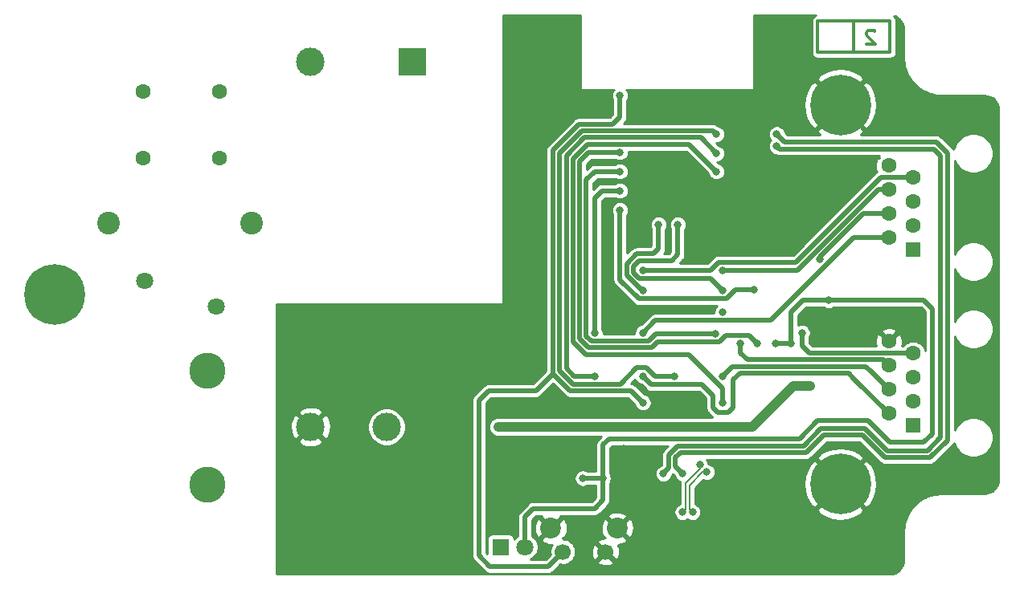
<source format=gbr>
%TF.GenerationSoftware,KiCad,Pcbnew,(5.1.9)-1*%
%TF.CreationDate,2021-09-27T19:56:37+03:00*%
%TF.ProjectId,ESP8266DevBoard,45535038-3236-4364-9465-76426f617264,1.1*%
%TF.SameCoordinates,Original*%
%TF.FileFunction,Copper,L2,Bot*%
%TF.FilePolarity,Positive*%
%FSLAX46Y46*%
G04 Gerber Fmt 4.6, Leading zero omitted, Abs format (unit mm)*
G04 Created by KiCad (PCBNEW (5.1.9)-1) date 2021-09-27 19:56:37*
%MOMM*%
%LPD*%
G01*
G04 APERTURE LIST*
%TA.AperFunction,NonConductor*%
%ADD10C,0.300000*%
%TD*%
%TA.AperFunction,ComponentPad*%
%ADD11C,1.600000*%
%TD*%
%TA.AperFunction,ComponentPad*%
%ADD12R,1.600000X1.600000*%
%TD*%
%TA.AperFunction,ComponentPad*%
%ADD13C,6.400000*%
%TD*%
%TA.AperFunction,ComponentPad*%
%ADD14C,1.700000*%
%TD*%
%TA.AperFunction,ComponentPad*%
%ADD15C,2.200000*%
%TD*%
%TA.AperFunction,ComponentPad*%
%ADD16C,1.800000*%
%TD*%
%TA.AperFunction,ComponentPad*%
%ADD17R,3.000000X3.000000*%
%TD*%
%TA.AperFunction,ComponentPad*%
%ADD18C,3.000000*%
%TD*%
%TA.AperFunction,ComponentPad*%
%ADD19C,3.800000*%
%TD*%
%TA.AperFunction,ComponentPad*%
%ADD20R,1.800000X1.800000*%
%TD*%
%TA.AperFunction,ComponentPad*%
%ADD21C,2.400000*%
%TD*%
%TA.AperFunction,ViaPad*%
%ADD22C,0.800000*%
%TD*%
%TA.AperFunction,Conductor*%
%ADD23C,1.000000*%
%TD*%
%TA.AperFunction,Conductor*%
%ADD24C,0.500000*%
%TD*%
%TA.AperFunction,Conductor*%
%ADD25C,0.200000*%
%TD*%
%TA.AperFunction,Conductor*%
%ADD26C,0.254000*%
%TD*%
%TA.AperFunction,Conductor*%
%ADD27C,0.100000*%
%TD*%
G04 APERTURE END LIST*
D10*
X189230000Y-41148000D02*
X193040000Y-41148000D01*
X185420000Y-41148000D02*
X189230000Y-41148000D01*
X185420000Y-44450000D02*
X189230000Y-44450000D01*
X189230000Y-44450000D02*
X193040000Y-44450000D01*
X185420000Y-41148000D02*
X185420000Y-44450000D01*
X189230000Y-41148000D02*
X189230000Y-44450000D01*
X193040000Y-41148000D02*
X193040000Y-44450000D01*
X191436571Y-42247428D02*
X191365142Y-42176000D01*
X191222285Y-42104571D01*
X190865142Y-42104571D01*
X190722285Y-42176000D01*
X190650857Y-42247428D01*
X190579428Y-42390285D01*
X190579428Y-42533142D01*
X190650857Y-42747428D01*
X191508000Y-43604571D01*
X190579428Y-43604571D01*
D11*
%TO.P,J3,8*%
%TO.N,GND*%
X192913000Y-56388000D03*
%TO.P,J3,7*%
%TO.N,Net-(J3-Pad7)*%
X195453000Y-57658000D03*
%TO.P,J3,6*%
%TO.N,Net-(J3-Pad6)*%
X192913000Y-58928000D03*
%TO.P,J3,5*%
%TO.N,Net-(J3-Pad5)*%
X195453000Y-60198000D03*
%TO.P,J3,4*%
%TO.N,Net-(J3-Pad4)*%
X192913000Y-61468000D03*
%TO.P,J3,3*%
%TO.N,Net-(J3-Pad3)*%
X195453000Y-62738000D03*
%TO.P,J3,2*%
%TO.N,Net-(J3-Pad2)*%
X192913000Y-64008000D03*
D12*
%TO.P,J3,1*%
%TO.N,Net-(D4-Pad1)*%
X195453000Y-65278000D03*
%TD*%
D11*
%TO.P,J2,8*%
%TO.N,GND*%
X192913000Y-74930000D03*
%TO.P,J2,7*%
%TO.N,Net-(J2-Pad7)*%
X195453000Y-76200000D03*
%TO.P,J2,6*%
%TO.N,Net-(J2-Pad6)*%
X192913000Y-77470000D03*
%TO.P,J2,5*%
%TO.N,Net-(J2-Pad5)*%
X195453000Y-78740000D03*
%TO.P,J2,4*%
%TO.N,Net-(J2-Pad4)*%
X192913000Y-80010000D03*
%TO.P,J2,3*%
%TO.N,Net-(J2-Pad3)*%
X195453000Y-81280000D03*
%TO.P,J2,2*%
%TO.N,Net-(J2-Pad2)*%
X192913000Y-82550000D03*
D12*
%TO.P,J2,1*%
%TO.N,Net-(D2-Pad1)*%
X195453000Y-83820000D03*
%TD*%
D13*
%TO.P,H1,1*%
%TO.N,N/C*%
X105050000Y-70000000D03*
%TD*%
%TO.P,H3,1*%
%TO.N,GND*%
X187800000Y-50000000D03*
%TD*%
%TO.P,H2,1*%
%TO.N,GND*%
X187800000Y-90000000D03*
%TD*%
D14*
%TO.P,SW1,1*%
%TO.N,GND*%
X163068000Y-97155000D03*
%TO.P,SW1,2*%
%TO.N,RST*%
X158568000Y-97155000D03*
D15*
%TO.P,SW1,4*%
%TO.N,GND*%
X164318000Y-94655000D03*
%TO.P,SW1,3*%
X157318000Y-94655000D03*
%TD*%
D16*
%TO.P,RV1,2*%
%TO.N,Net-(C8-Pad2)*%
X122054000Y-71280000D03*
%TO.P,RV1,1*%
%TO.N,Net-(C8-Pad1)*%
X114554000Y-68580000D03*
%TD*%
D17*
%TO.P,PS1,1*%
%TO.N,Net-(L1-Pad2)*%
X142748000Y-45466000D03*
D18*
%TO.P,PS1,4*%
%TO.N,+12V*%
X139998000Y-83966000D03*
%TO.P,PS1,2*%
%TO.N,Net-(L1-Pad4)*%
X131998000Y-45466000D03*
%TO.P,PS1,3*%
%TO.N,GND*%
X131998000Y-83966000D03*
%TD*%
D11*
%TO.P,L1,3*%
%TO.N,Net-(C8-Pad1)*%
X114364000Y-55570000D03*
%TO.P,L1,4*%
%TO.N,Net-(L1-Pad4)*%
X114364000Y-48570000D03*
%TO.P,L1,2*%
%TO.N,Net-(L1-Pad2)*%
X122364000Y-48570000D03*
%TO.P,L1,1*%
%TO.N,Net-(C8-Pad2)*%
X122364000Y-55570000D03*
%TD*%
D19*
%TO.P,J4,2*%
%TO.N,Net-(C8-Pad2)*%
X121158000Y-78074000D03*
%TO.P,J4,1*%
%TO.N,Net-(F1-Pad2)*%
X121158000Y-90074000D03*
%TD*%
D16*
%TO.P,D3,2*%
%TO.N,+5V*%
X154559000Y-96647000D03*
D20*
%TO.P,D3,1*%
%TO.N,Net-(D3-Pad1)*%
X152019000Y-96647000D03*
%TD*%
D21*
%TO.P,C8,2*%
%TO.N,Net-(C8-Pad2)*%
X125744000Y-62484000D03*
%TO.P,C8,1*%
%TO.N,Net-(C8-Pad1)*%
X110744000Y-62484000D03*
%TD*%
D22*
%TO.N,GND*%
X177800000Y-97790000D03*
X166370000Y-97790000D03*
X161798000Y-91440000D03*
X159512000Y-91440000D03*
X164211000Y-91440000D03*
X160782000Y-81407000D03*
X162560000Y-81407000D03*
X179578000Y-64516000D03*
X179578000Y-62611000D03*
X174752000Y-51054000D03*
X172466000Y-51054000D03*
X170180000Y-51054000D03*
X164973000Y-86233000D03*
%TO.N,+12V*%
X184658000Y-79629000D03*
X182880000Y-79629000D03*
X175387000Y-71882000D03*
X153651000Y-83966000D03*
X151746000Y-83966000D03*
%TO.N,+5V*%
X162792500Y-89386500D03*
X186563000Y-70612000D03*
X182626000Y-75184000D03*
X160676500Y-89386500D03*
X180975000Y-75184000D03*
%TO.N,D_N*%
X171178000Y-92964000D03*
X172993854Y-87991309D03*
%TO.N,D_P*%
X172228000Y-92964000D03*
X173736318Y-88733773D03*
%TO.N,Net-(J2-Pad2)*%
X167005000Y-78613000D03*
%TO.N,Net-(J3-Pad2)*%
X167005000Y-74041000D03*
%TO.N,RST*%
X164592000Y-49022000D03*
X167005000Y-81407000D03*
%TO.N,GPIO0*%
X175387000Y-81407000D03*
X174752000Y-57023000D03*
%TO.N,DATA0_1*%
X174752000Y-55118000D03*
X161925000Y-78613000D03*
%TO.N,DATA1_1*%
X174752000Y-53086000D03*
X170307000Y-78613000D03*
%TO.N,DATA0_2*%
X164592000Y-59055000D03*
X161925000Y-74041000D03*
%TO.N,DATA1_2*%
X164592000Y-61087000D03*
X178689000Y-69469000D03*
%TO.N,Net-(R8-Pad1)*%
X181102000Y-54356000D03*
X169164000Y-88900000D03*
%TO.N,Net-(R9-Pad1)*%
X181102000Y-53086000D03*
X171196000Y-88900000D03*
%TO.N,Net-(J2-Pad7)*%
X183769000Y-74041000D03*
%TO.N,Net-(J2-Pad6)*%
X177292000Y-75184000D03*
%TO.N,Net-(J2-Pad4)*%
X175387000Y-78613000D03*
%TO.N,Net-(J3-Pad7)*%
X167005000Y-67437000D03*
%TO.N,Net-(J3-Pad6)*%
X175387000Y-67437000D03*
%TO.N,Net-(J3-Pad4)*%
X185674000Y-66294000D03*
%TO.N,BUZZ_1*%
X164592000Y-57023000D03*
X174625000Y-74168000D03*
%TO.N,LED_1*%
X164592000Y-54991000D03*
X179070000Y-75184000D03*
%TO.N,BUZZ_2*%
X175387000Y-69596000D03*
X170688000Y-62611000D03*
%TO.N,LED_2*%
X167005000Y-69596000D03*
X168656000Y-62611000D03*
%TD*%
D23*
%TO.N,+12V*%
X182880000Y-79629000D02*
X184658000Y-79629000D01*
X178543000Y-83966000D02*
X182880000Y-79629000D01*
X153651000Y-83966000D02*
X178543000Y-83966000D01*
X151746000Y-83966000D02*
X153651000Y-83966000D01*
D24*
%TO.N,+5V*%
X154559000Y-96647000D02*
X154559000Y-93472000D01*
X154559000Y-93472000D02*
X155448000Y-92583000D01*
X155448000Y-92583000D02*
X161925000Y-92583000D01*
X162792500Y-91715500D02*
X162792500Y-89386500D01*
X161925000Y-92583000D02*
X162792500Y-91715500D01*
X183896000Y-70612000D02*
X186563000Y-70612000D01*
X190754000Y-83312000D02*
X193040000Y-85598000D01*
X185420000Y-83312000D02*
X190754000Y-83312000D01*
X183515000Y-85217000D02*
X185420000Y-83312000D01*
X197485000Y-71501000D02*
X196596000Y-70612000D01*
X163449000Y-85217000D02*
X183515000Y-85217000D01*
X196596000Y-70612000D02*
X186563000Y-70612000D01*
X162792500Y-85873500D02*
X163449000Y-85217000D01*
X162792500Y-89386500D02*
X162792500Y-85873500D01*
X193040000Y-85598000D02*
X196596000Y-85598000D01*
X197485000Y-84709000D02*
X197485000Y-71501000D01*
X196596000Y-85598000D02*
X197485000Y-84709000D01*
X162792500Y-89386500D02*
X160676500Y-89386500D01*
X182626000Y-71882000D02*
X182626000Y-75184000D01*
X183896000Y-70612000D02*
X182626000Y-71882000D01*
X182626000Y-75184000D02*
X180975000Y-75184000D01*
D25*
%TO.N,D_N*%
X171478000Y-92664000D02*
X171478000Y-89931428D01*
X172993854Y-88415574D02*
X172993854Y-87991309D01*
X171178000Y-92964000D02*
X171478000Y-92664000D01*
X171478000Y-89931428D02*
X172993854Y-88415574D01*
%TO.N,D_P*%
X173312053Y-88733773D02*
X173736318Y-88733773D01*
X171928000Y-90117826D02*
X173312053Y-88733773D01*
X171928000Y-92664000D02*
X171928000Y-90117826D01*
X172228000Y-92964000D02*
X171928000Y-92664000D01*
D24*
%TO.N,Net-(J2-Pad2)*%
X189230000Y-78867000D02*
X192913000Y-82550000D01*
X177223970Y-78300030D02*
X188663030Y-78300030D01*
X176530000Y-78994000D02*
X177223970Y-78300030D01*
X176530000Y-81915000D02*
X176530000Y-78994000D01*
X176022000Y-82423000D02*
X176530000Y-81915000D01*
X174879000Y-82423000D02*
X176022000Y-82423000D01*
X174371000Y-81915000D02*
X174879000Y-82423000D01*
X174371000Y-80645000D02*
X174371000Y-81915000D01*
X188663030Y-78300030D02*
X189230000Y-78867000D01*
X173228000Y-79502000D02*
X174371000Y-80645000D01*
X167894000Y-79502000D02*
X173228000Y-79502000D01*
X167005000Y-78613000D02*
X167894000Y-79502000D01*
%TO.N,Net-(J3-Pad2)*%
X167005000Y-74041000D02*
X168313999Y-72732001D01*
X189218002Y-64008000D02*
X192913000Y-64008000D01*
X180494001Y-72732001D02*
X189218002Y-64008000D01*
X168313999Y-72732001D02*
X180494001Y-72732001D01*
%TO.N,RST*%
X164592000Y-49022000D02*
X164592000Y-51278969D01*
X160280179Y-52040969D02*
X157535950Y-54785198D01*
X163830000Y-52040969D02*
X160280179Y-52040969D01*
X164592000Y-51278969D02*
X163830000Y-52040969D01*
X165761011Y-80163011D02*
X167005000Y-81407000D01*
X159336086Y-80163011D02*
X165761011Y-80163011D01*
X157535950Y-78362876D02*
X159336086Y-80163011D01*
X157535950Y-54785198D02*
X157535950Y-78362876D01*
X149733000Y-81153000D02*
X150722989Y-80163011D01*
X149733000Y-97536000D02*
X149733000Y-81153000D01*
X157044000Y-98679000D02*
X150876000Y-98679000D01*
X150876000Y-98679000D02*
X149733000Y-97536000D01*
X158568000Y-97155000D02*
X157044000Y-98679000D01*
X157528146Y-78362876D02*
X155728011Y-80163011D01*
X157535950Y-78362876D02*
X157528146Y-78362876D01*
X150722989Y-80163011D02*
X155728011Y-80163011D01*
%TO.N,GPIO0*%
X171869999Y-54140999D02*
X174752000Y-57023000D01*
X159635980Y-55655057D02*
X161150038Y-54140999D01*
X161150038Y-54140999D02*
X171869999Y-54140999D01*
X159635980Y-74989908D02*
X159635980Y-55655057D01*
X160976092Y-76330020D02*
X159635980Y-74989908D01*
X175387000Y-79871002D02*
X171846018Y-76330020D01*
X171846018Y-76330020D02*
X160976092Y-76330020D01*
X175387000Y-81407000D02*
X175387000Y-79871002D01*
%TO.N,DATA0_1*%
X161925000Y-78613000D02*
X159766000Y-78613000D01*
X159766000Y-78613000D02*
X158935970Y-77782970D01*
X173074989Y-53440989D02*
X174752000Y-55118000D01*
X160860085Y-53440989D02*
X173074989Y-53440989D01*
X158935970Y-55365104D02*
X160860085Y-53440989D01*
X158935970Y-77782970D02*
X158935970Y-55365104D01*
%TO.N,DATA1_1*%
X170307000Y-78613000D02*
X168263002Y-78613000D01*
X168263002Y-78613000D02*
X167374002Y-77724000D01*
X167374002Y-77724000D02*
X166370000Y-77724000D01*
X166370000Y-77724000D02*
X164630999Y-79463001D01*
X159626039Y-79463001D02*
X158235960Y-78072923D01*
X164630999Y-79463001D02*
X159626039Y-79463001D01*
X174406979Y-52740979D02*
X174752000Y-53086000D01*
X160570132Y-52740979D02*
X174406979Y-52740979D01*
X158235960Y-55075151D02*
X160570132Y-52740979D01*
X158235960Y-78072923D02*
X158235960Y-55075151D01*
%TO.N,DATA0_2*%
X161925000Y-74041000D02*
X161925000Y-59817000D01*
X162687000Y-59055000D02*
X164592000Y-59055000D01*
X161925000Y-59817000D02*
X162687000Y-59055000D01*
%TO.N,DATA1_2*%
X164588980Y-61090020D02*
X164592000Y-61087000D01*
X164588980Y-68437982D02*
X164588980Y-61090020D01*
X166596999Y-70446001D02*
X164588980Y-68437982D01*
X175795001Y-70446001D02*
X166596999Y-70446001D01*
X176772002Y-69469000D02*
X175795001Y-70446001D01*
X178689000Y-69469000D02*
X176772002Y-69469000D01*
%TO.N,Net-(R8-Pad1)*%
X169164000Y-88900000D02*
X169733990Y-88330010D01*
X169733990Y-88330010D02*
X169733990Y-86933010D01*
X169733990Y-86933010D02*
X170688000Y-85979000D01*
X170688000Y-85979000D02*
X174371000Y-85979000D01*
X185765047Y-84135990D02*
X190408952Y-84135990D01*
X183922038Y-85979000D02*
X185765047Y-84135990D01*
X174371000Y-85979000D02*
X183922038Y-85979000D01*
X190408952Y-84135990D02*
X190408954Y-84135992D01*
X192759962Y-86487000D02*
X190408952Y-84135990D01*
X197638011Y-54636011D02*
X198374000Y-55372000D01*
X181382011Y-54636011D02*
X197638011Y-54636011D01*
X181102000Y-54356000D02*
X181382011Y-54636011D01*
X192759962Y-86487000D02*
X196977000Y-86487000D01*
X196977000Y-86487000D02*
X198374000Y-85090000D01*
X198374000Y-85090000D02*
X198374000Y-55372000D01*
%TO.N,Net-(R9-Pad1)*%
X170434000Y-88138000D02*
X171196000Y-88900000D01*
X170434000Y-87222962D02*
X170434000Y-88138000D01*
X184211990Y-86679010D02*
X170977952Y-86679010D01*
X186055000Y-84836000D02*
X184211990Y-86679010D01*
X190119000Y-84836000D02*
X186055000Y-84836000D01*
X192470010Y-87187010D02*
X190119000Y-84836000D01*
X197266953Y-87187010D02*
X192470010Y-87187010D01*
X199074010Y-85379953D02*
X197266953Y-87187010D01*
X199074010Y-55082047D02*
X199074010Y-85379953D01*
X197927964Y-53936001D02*
X199074010Y-55082047D01*
X170977952Y-86679010D02*
X170434000Y-87222962D01*
X181952001Y-53936001D02*
X197927964Y-53936001D01*
X181102000Y-53086000D02*
X181952001Y-53936001D01*
%TO.N,Net-(J2-Pad7)*%
X195453000Y-76200000D02*
X184531000Y-76200000D01*
X183769000Y-75438000D02*
X183769000Y-74041000D01*
X184531000Y-76200000D02*
X183769000Y-75438000D01*
%TO.N,Net-(J2-Pad6)*%
X192909980Y-77466980D02*
X192913000Y-77470000D01*
X192343010Y-76900010D02*
X192913000Y-77470000D01*
X177992010Y-76900010D02*
X192343010Y-76900010D01*
X177292000Y-76200000D02*
X177992010Y-76900010D01*
X177292000Y-75184000D02*
X177292000Y-76200000D01*
%TO.N,Net-(J2-Pad4)*%
X191069990Y-78166990D02*
X192913000Y-80010000D01*
X175387000Y-78613000D02*
X176399980Y-77600020D01*
X190503020Y-77600020D02*
X191069990Y-78166990D01*
X176399980Y-77600020D02*
X190503020Y-77600020D01*
%TO.N,Net-(J3-Pad7)*%
X192062036Y-57658000D02*
X195453000Y-57658000D01*
X183133037Y-66586999D02*
X192062036Y-57658000D01*
X174978999Y-66586999D02*
X183133037Y-66586999D01*
X174128998Y-67437000D02*
X174978999Y-66586999D01*
X167005000Y-67437000D02*
X174128998Y-67437000D01*
%TO.N,Net-(J3-Pad6)*%
X191781998Y-58928000D02*
X192913000Y-58928000D01*
X183272998Y-67437000D02*
X191781998Y-58928000D01*
X175387000Y-67437000D02*
X183272998Y-67437000D01*
%TO.N,Net-(J3-Pad4)*%
X192913000Y-61468000D02*
X190231960Y-61468000D01*
X185674000Y-66025960D02*
X185674000Y-66294000D01*
X190231960Y-61468000D02*
X185674000Y-66025960D01*
%TO.N,BUZZ_1*%
X174625000Y-74168000D02*
X168402000Y-74168000D01*
X168402000Y-74168000D02*
X167640000Y-74930000D01*
X161555998Y-74930000D02*
X161036000Y-74410002D01*
X167640000Y-74930000D02*
X161555998Y-74930000D01*
X161036000Y-74410002D02*
X161036000Y-57912000D01*
X161925000Y-57023000D02*
X164592000Y-57023000D01*
X161036000Y-57912000D02*
X161925000Y-57023000D01*
%TO.N,LED_1*%
X168541961Y-75018001D02*
X167929953Y-75630010D01*
X175033001Y-75018001D02*
X168541961Y-75018001D01*
X175756002Y-74295000D02*
X175033001Y-75018001D01*
X161266045Y-75630010D02*
X160335990Y-74699955D01*
X167929953Y-75630010D02*
X161266045Y-75630010D01*
X160335990Y-74699955D02*
X160335990Y-55945010D01*
X161290000Y-54991000D02*
X164592000Y-54991000D01*
X160335990Y-55945010D02*
X161290000Y-54991000D01*
X178181000Y-74295000D02*
X179070000Y-75184000D01*
X175756002Y-74295000D02*
X178181000Y-74295000D01*
%TO.N,BUZZ_2*%
X170688000Y-65024000D02*
X170688000Y-62611000D01*
X175387000Y-69596000D02*
X174117000Y-68326000D01*
X174117000Y-68326000D02*
X166624000Y-68326000D01*
X166624000Y-68326000D02*
X165989000Y-67691000D01*
X165989000Y-67691000D02*
X165989000Y-67056000D01*
X165989000Y-67056000D02*
X166624000Y-66421000D01*
X166624000Y-66421000D02*
X170053000Y-66421000D01*
X170688000Y-65786000D02*
X170688000Y-65024000D01*
X170053000Y-66421000D02*
X170688000Y-65786000D01*
%TO.N,LED_2*%
X166904037Y-69596000D02*
X167005000Y-69596000D01*
X165288990Y-66766047D02*
X165288990Y-67980953D01*
X166334047Y-65720990D02*
X165288990Y-66766047D01*
X165288990Y-67980953D02*
X166904037Y-69596000D01*
X168086010Y-65720990D02*
X166334047Y-65720990D01*
X168656000Y-65151000D02*
X168086010Y-65720990D01*
X168656000Y-62611000D02*
X168656000Y-65151000D01*
%TD*%
D26*
%TO.N,GND*%
X160401000Y-48260000D02*
X160403440Y-48284776D01*
X160410667Y-48308601D01*
X160422403Y-48330557D01*
X160438197Y-48349803D01*
X160457443Y-48365597D01*
X160479399Y-48377333D01*
X160503224Y-48384560D01*
X160528000Y-48387000D01*
X163942895Y-48387000D01*
X163886711Y-48443184D01*
X163787341Y-48591901D01*
X163718894Y-48757146D01*
X163684000Y-48932570D01*
X163684000Y-49111430D01*
X163718894Y-49286854D01*
X163787341Y-49452099D01*
X163834000Y-49521929D01*
X163834001Y-50964995D01*
X163516027Y-51282969D01*
X160317411Y-51282969D01*
X160280179Y-51279302D01*
X160242947Y-51282969D01*
X160131585Y-51293937D01*
X159988702Y-51337280D01*
X159857019Y-51407666D01*
X159741599Y-51502389D01*
X159717864Y-51531310D01*
X157026301Y-54222874D01*
X156997370Y-54246618D01*
X156902647Y-54362039D01*
X156832261Y-54493722D01*
X156797492Y-54608340D01*
X156788918Y-54636605D01*
X156774283Y-54785198D01*
X156777950Y-54822430D01*
X156777951Y-78041097D01*
X155414039Y-79405011D01*
X150760221Y-79405011D01*
X150722989Y-79401344D01*
X150574395Y-79415979D01*
X150431512Y-79459322D01*
X150299829Y-79529708D01*
X150184409Y-79624431D01*
X150160676Y-79653350D01*
X149223347Y-80590681D01*
X149194421Y-80614420D01*
X149122783Y-80701711D01*
X149099697Y-80729841D01*
X149029312Y-80861523D01*
X148985968Y-81004407D01*
X148971333Y-81153000D01*
X148975001Y-81190242D01*
X148975000Y-97498768D01*
X148971333Y-97536000D01*
X148975000Y-97573231D01*
X148985968Y-97684593D01*
X149029311Y-97827476D01*
X149099697Y-97959159D01*
X149194420Y-98074580D01*
X149223351Y-98098323D01*
X150313685Y-99188659D01*
X150337420Y-99217580D01*
X150452840Y-99312303D01*
X150584523Y-99382689D01*
X150727406Y-99426032D01*
X150875999Y-99440667D01*
X150913231Y-99437000D01*
X157006768Y-99437000D01*
X157044000Y-99440667D01*
X157081232Y-99437000D01*
X157192594Y-99426032D01*
X157335477Y-99382689D01*
X157467160Y-99312303D01*
X157582580Y-99217580D01*
X157606323Y-99188649D01*
X158307237Y-98487736D01*
X158434249Y-98513000D01*
X158701751Y-98513000D01*
X158964114Y-98460813D01*
X159211254Y-98358444D01*
X159433675Y-98209828D01*
X159460106Y-98183397D01*
X162219208Y-98183397D01*
X162296843Y-98432472D01*
X162560883Y-98558371D01*
X162844411Y-98630339D01*
X163136531Y-98645611D01*
X163426019Y-98603599D01*
X163701747Y-98505919D01*
X163839157Y-98432472D01*
X163916792Y-98183397D01*
X163068000Y-97334605D01*
X162219208Y-98183397D01*
X159460106Y-98183397D01*
X159622828Y-98020675D01*
X159771444Y-97798254D01*
X159873813Y-97551114D01*
X159926000Y-97288751D01*
X159926000Y-97223531D01*
X161577389Y-97223531D01*
X161619401Y-97513019D01*
X161717081Y-97788747D01*
X161790528Y-97926157D01*
X162039603Y-98003792D01*
X162888395Y-97155000D01*
X162039603Y-96306208D01*
X161790528Y-96383843D01*
X161664629Y-96647883D01*
X161592661Y-96931411D01*
X161577389Y-97223531D01*
X159926000Y-97223531D01*
X159926000Y-97021249D01*
X159873813Y-96758886D01*
X159771444Y-96511746D01*
X159622828Y-96289325D01*
X159460106Y-96126603D01*
X162219208Y-96126603D01*
X163068000Y-96975395D01*
X163082143Y-96961253D01*
X163261748Y-97140858D01*
X163247605Y-97155000D01*
X164096397Y-98003792D01*
X164345472Y-97926157D01*
X164471371Y-97662117D01*
X164543339Y-97378589D01*
X164558611Y-97086469D01*
X164516599Y-96796981D01*
X164418919Y-96521253D01*
X164351868Y-96395808D01*
X164376639Y-96397409D01*
X164715439Y-96352489D01*
X165038966Y-96242336D01*
X165237274Y-96136338D01*
X165345107Y-95861712D01*
X164318000Y-94834605D01*
X164303858Y-94848748D01*
X164124253Y-94669143D01*
X164138395Y-94655000D01*
X164497605Y-94655000D01*
X165524712Y-95682107D01*
X165799338Y-95574274D01*
X165950216Y-95267616D01*
X166038369Y-94937415D01*
X166060409Y-94596361D01*
X166015489Y-94257561D01*
X165905336Y-93934034D01*
X165799338Y-93735726D01*
X165524712Y-93627893D01*
X164497605Y-94655000D01*
X164138395Y-94655000D01*
X163111288Y-93627893D01*
X162836662Y-93735726D01*
X162685784Y-94042384D01*
X162597631Y-94372585D01*
X162575591Y-94713639D01*
X162620511Y-95052439D01*
X162730664Y-95375966D01*
X162836662Y-95574274D01*
X163076408Y-95668411D01*
X162999469Y-95664389D01*
X162709981Y-95706401D01*
X162434253Y-95804081D01*
X162296843Y-95877528D01*
X162219208Y-96126603D01*
X159460106Y-96126603D01*
X159433675Y-96100172D01*
X159211254Y-95951556D01*
X158964114Y-95849187D01*
X158701751Y-95797000D01*
X158639608Y-95797000D01*
X158524714Y-95682106D01*
X158799338Y-95574274D01*
X158950216Y-95267616D01*
X159038369Y-94937415D01*
X159060409Y-94596361D01*
X159015489Y-94257561D01*
X158905336Y-93934034D01*
X158799338Y-93735726D01*
X158524712Y-93627893D01*
X157497605Y-94655000D01*
X157511748Y-94669143D01*
X157332143Y-94848748D01*
X157318000Y-94834605D01*
X156290893Y-95861712D01*
X156398726Y-96136338D01*
X156705384Y-96287216D01*
X157035585Y-96375369D01*
X157376639Y-96397409D01*
X157447204Y-96388053D01*
X157364556Y-96511746D01*
X157262187Y-96758886D01*
X157210000Y-97021249D01*
X157210000Y-97288751D01*
X157235264Y-97415763D01*
X156730028Y-97921000D01*
X155162575Y-97921000D01*
X155225938Y-97894754D01*
X155456548Y-97740665D01*
X155652665Y-97544548D01*
X155806754Y-97313938D01*
X155912892Y-97057699D01*
X155967000Y-96785676D01*
X155967000Y-96508324D01*
X155912892Y-96236301D01*
X155806754Y-95980062D01*
X155652665Y-95749452D01*
X155456548Y-95553335D01*
X155317000Y-95460092D01*
X155317000Y-94713639D01*
X155575591Y-94713639D01*
X155620511Y-95052439D01*
X155730664Y-95375966D01*
X155836662Y-95574274D01*
X156111288Y-95682107D01*
X157138395Y-94655000D01*
X156111288Y-93627893D01*
X155836662Y-93735726D01*
X155685784Y-94042384D01*
X155597631Y-94372585D01*
X155575591Y-94713639D01*
X155317000Y-94713639D01*
X155317000Y-93785973D01*
X155761973Y-93341000D01*
X156333020Y-93341000D01*
X156290893Y-93448288D01*
X157318000Y-94475395D01*
X158345107Y-93448288D01*
X163290893Y-93448288D01*
X164318000Y-94475395D01*
X165345107Y-93448288D01*
X165237274Y-93173662D01*
X164930616Y-93022784D01*
X164600415Y-92934631D01*
X164259361Y-92912591D01*
X163920561Y-92957511D01*
X163597034Y-93067664D01*
X163398726Y-93173662D01*
X163290893Y-93448288D01*
X158345107Y-93448288D01*
X158302980Y-93341000D01*
X161887768Y-93341000D01*
X161925000Y-93344667D01*
X161962232Y-93341000D01*
X162073594Y-93330032D01*
X162216477Y-93286689D01*
X162348160Y-93216303D01*
X162463580Y-93121580D01*
X162487323Y-93092649D01*
X163302160Y-92277814D01*
X163331080Y-92254080D01*
X163425803Y-92138660D01*
X163475140Y-92046357D01*
X163496188Y-92006979D01*
X163497403Y-92002974D01*
X163539532Y-91864094D01*
X163550500Y-91752732D01*
X163550500Y-91752723D01*
X163554166Y-91715501D01*
X163550500Y-91678279D01*
X163550500Y-89886429D01*
X163597159Y-89816599D01*
X163665606Y-89651354D01*
X163700500Y-89475930D01*
X163700500Y-89297070D01*
X163665606Y-89121646D01*
X163597159Y-88956401D01*
X163550500Y-88886571D01*
X163550500Y-86187473D01*
X163762973Y-85975000D01*
X169620027Y-85975000D01*
X169224337Y-86370691D01*
X169195411Y-86394430D01*
X169122460Y-86483321D01*
X169100687Y-86509851D01*
X169030302Y-86641533D01*
X168986958Y-86784417D01*
X168972323Y-86933010D01*
X168975991Y-86970252D01*
X168975990Y-88011609D01*
X168899146Y-88026894D01*
X168733901Y-88095341D01*
X168585184Y-88194711D01*
X168458711Y-88321184D01*
X168359341Y-88469901D01*
X168290894Y-88635146D01*
X168256000Y-88810570D01*
X168256000Y-88989430D01*
X168290894Y-89164854D01*
X168359341Y-89330099D01*
X168458711Y-89478816D01*
X168585184Y-89605289D01*
X168733901Y-89704659D01*
X168899146Y-89773106D01*
X169074570Y-89808000D01*
X169253430Y-89808000D01*
X169428854Y-89773106D01*
X169594099Y-89704659D01*
X169742816Y-89605289D01*
X169869289Y-89478816D01*
X169968659Y-89330099D01*
X170037106Y-89164854D01*
X170053491Y-89082483D01*
X170180000Y-88955973D01*
X170306509Y-89082482D01*
X170322894Y-89164854D01*
X170391341Y-89330099D01*
X170490711Y-89478816D01*
X170617184Y-89605289D01*
X170765901Y-89704659D01*
X170895188Y-89758212D01*
X170878798Y-89812240D01*
X170867059Y-89931428D01*
X170870001Y-89961298D01*
X170870000Y-92108766D01*
X170747901Y-92159341D01*
X170599184Y-92258711D01*
X170472711Y-92385184D01*
X170373341Y-92533901D01*
X170304894Y-92699146D01*
X170270000Y-92874570D01*
X170270000Y-93053430D01*
X170304894Y-93228854D01*
X170373341Y-93394099D01*
X170472711Y-93542816D01*
X170599184Y-93669289D01*
X170747901Y-93768659D01*
X170913146Y-93837106D01*
X171088570Y-93872000D01*
X171267430Y-93872000D01*
X171442854Y-93837106D01*
X171608099Y-93768659D01*
X171703000Y-93705248D01*
X171797901Y-93768659D01*
X171963146Y-93837106D01*
X172138570Y-93872000D01*
X172317430Y-93872000D01*
X172492854Y-93837106D01*
X172658099Y-93768659D01*
X172806816Y-93669289D01*
X172933289Y-93542816D01*
X173032659Y-93394099D01*
X173101106Y-93228854D01*
X173136000Y-93053430D01*
X173136000Y-92874570D01*
X173101452Y-92700881D01*
X185278724Y-92700881D01*
X185638912Y-93190548D01*
X186302882Y-93550849D01*
X187024385Y-93774694D01*
X187775695Y-93853480D01*
X188527938Y-93784178D01*
X189252208Y-93569452D01*
X189920670Y-93217555D01*
X189961088Y-93190548D01*
X190321276Y-92700881D01*
X187800000Y-90179605D01*
X185278724Y-92700881D01*
X173101452Y-92700881D01*
X173101106Y-92699146D01*
X173032659Y-92533901D01*
X172933289Y-92385184D01*
X172806816Y-92258711D01*
X172658099Y-92159341D01*
X172536000Y-92108766D01*
X172536000Y-90369667D01*
X172929972Y-89975695D01*
X183946520Y-89975695D01*
X184015822Y-90727938D01*
X184230548Y-91452208D01*
X184582445Y-92120670D01*
X184609452Y-92161088D01*
X185099119Y-92521276D01*
X187620395Y-90000000D01*
X187979605Y-90000000D01*
X190500881Y-92521276D01*
X190990548Y-92161088D01*
X191350849Y-91497118D01*
X191574694Y-90775615D01*
X191653480Y-90024305D01*
X191584178Y-89272062D01*
X191369452Y-88547792D01*
X191017555Y-87879330D01*
X190990548Y-87838912D01*
X190500881Y-87478724D01*
X187979605Y-90000000D01*
X187620395Y-90000000D01*
X185099119Y-87478724D01*
X184609452Y-87838912D01*
X184249151Y-88502882D01*
X184025306Y-89224385D01*
X183946520Y-89975695D01*
X172929972Y-89975695D01*
X173349364Y-89556303D01*
X173471464Y-89606879D01*
X173646888Y-89641773D01*
X173825748Y-89641773D01*
X174001172Y-89606879D01*
X174166417Y-89538432D01*
X174315134Y-89439062D01*
X174441607Y-89312589D01*
X174540977Y-89163872D01*
X174609424Y-88998627D01*
X174644318Y-88823203D01*
X174644318Y-88644343D01*
X174609424Y-88468919D01*
X174540977Y-88303674D01*
X174441607Y-88154957D01*
X174315134Y-88028484D01*
X174166417Y-87929114D01*
X174001172Y-87860667D01*
X173889227Y-87838400D01*
X173866960Y-87726455D01*
X173798513Y-87561210D01*
X173715525Y-87437010D01*
X184174758Y-87437010D01*
X184211990Y-87440677D01*
X184249222Y-87437010D01*
X184360584Y-87426042D01*
X184503467Y-87382699D01*
X184635150Y-87312313D01*
X184651226Y-87299119D01*
X185278724Y-87299119D01*
X187800000Y-89820395D01*
X190321276Y-87299119D01*
X189961088Y-86809452D01*
X189297118Y-86449151D01*
X188575615Y-86225306D01*
X187824305Y-86146520D01*
X187072062Y-86215822D01*
X186347792Y-86430548D01*
X185679330Y-86782445D01*
X185638912Y-86809452D01*
X185278724Y-87299119D01*
X184651226Y-87299119D01*
X184750570Y-87217590D01*
X184774313Y-87188659D01*
X186368974Y-85594000D01*
X189805028Y-85594000D01*
X191907695Y-87696669D01*
X191931430Y-87725590D01*
X192046850Y-87820313D01*
X192178533Y-87890699D01*
X192321416Y-87934042D01*
X192432778Y-87945010D01*
X192432787Y-87945010D01*
X192470009Y-87948676D01*
X192507231Y-87945010D01*
X197229721Y-87945010D01*
X197266953Y-87948677D01*
X197304185Y-87945010D01*
X197415547Y-87934042D01*
X197558430Y-87890699D01*
X197690113Y-87820313D01*
X197805533Y-87725590D01*
X197829276Y-87696659D01*
X199583669Y-85942268D01*
X199612590Y-85918533D01*
X199707313Y-85803113D01*
X199771618Y-85682807D01*
X199776009Y-85704881D01*
X199934914Y-86088513D01*
X200165609Y-86433772D01*
X200459228Y-86727391D01*
X200804487Y-86958086D01*
X201188119Y-87116991D01*
X201595380Y-87198000D01*
X202010620Y-87198000D01*
X202417881Y-87116991D01*
X202801513Y-86958086D01*
X203146772Y-86727391D01*
X203440391Y-86433772D01*
X203671086Y-86088513D01*
X203829991Y-85704881D01*
X203911000Y-85297620D01*
X203911000Y-84882380D01*
X203829991Y-84475119D01*
X203671086Y-84091487D01*
X203440391Y-83746228D01*
X203146772Y-83452609D01*
X202801513Y-83221914D01*
X202417881Y-83063009D01*
X202010620Y-82982000D01*
X201595380Y-82982000D01*
X201188119Y-83063009D01*
X200804487Y-83221914D01*
X200459228Y-83452609D01*
X200165609Y-83746228D01*
X199934914Y-84091487D01*
X199832010Y-84339920D01*
X199832010Y-74410080D01*
X199934914Y-74658513D01*
X200165609Y-75003772D01*
X200459228Y-75297391D01*
X200804487Y-75528086D01*
X201188119Y-75686991D01*
X201595380Y-75768000D01*
X202010620Y-75768000D01*
X202417881Y-75686991D01*
X202801513Y-75528086D01*
X203146772Y-75297391D01*
X203440391Y-75003772D01*
X203671086Y-74658513D01*
X203829991Y-74274881D01*
X203911000Y-73867620D01*
X203911000Y-73452380D01*
X203829991Y-73045119D01*
X203671086Y-72661487D01*
X203440391Y-72316228D01*
X203146772Y-72022609D01*
X202801513Y-71791914D01*
X202417881Y-71633009D01*
X202010620Y-71552000D01*
X201595380Y-71552000D01*
X201188119Y-71633009D01*
X200804487Y-71791914D01*
X200459228Y-72022609D01*
X200165609Y-72316228D01*
X199934914Y-72661487D01*
X199832010Y-72909920D01*
X199832010Y-67298080D01*
X199934914Y-67546513D01*
X200165609Y-67891772D01*
X200459228Y-68185391D01*
X200804487Y-68416086D01*
X201188119Y-68574991D01*
X201595380Y-68656000D01*
X202010620Y-68656000D01*
X202417881Y-68574991D01*
X202801513Y-68416086D01*
X203146772Y-68185391D01*
X203440391Y-67891772D01*
X203671086Y-67546513D01*
X203829991Y-67162881D01*
X203911000Y-66755620D01*
X203911000Y-66340380D01*
X203829991Y-65933119D01*
X203671086Y-65549487D01*
X203440391Y-65204228D01*
X203146772Y-64910609D01*
X202801513Y-64679914D01*
X202417881Y-64521009D01*
X202010620Y-64440000D01*
X201595380Y-64440000D01*
X201188119Y-64521009D01*
X200804487Y-64679914D01*
X200459228Y-64910609D01*
X200165609Y-65204228D01*
X199934914Y-65549487D01*
X199832010Y-65797920D01*
X199832010Y-55868080D01*
X199934914Y-56116513D01*
X200165609Y-56461772D01*
X200459228Y-56755391D01*
X200804487Y-56986086D01*
X201188119Y-57144991D01*
X201595380Y-57226000D01*
X202010620Y-57226000D01*
X202417881Y-57144991D01*
X202801513Y-56986086D01*
X203146772Y-56755391D01*
X203440391Y-56461772D01*
X203671086Y-56116513D01*
X203829991Y-55732881D01*
X203911000Y-55325620D01*
X203911000Y-54910380D01*
X203829991Y-54503119D01*
X203671086Y-54119487D01*
X203440391Y-53774228D01*
X203146772Y-53480609D01*
X202801513Y-53249914D01*
X202417881Y-53091009D01*
X202010620Y-53010000D01*
X201595380Y-53010000D01*
X201188119Y-53091009D01*
X200804487Y-53249914D01*
X200459228Y-53480609D01*
X200165609Y-53774228D01*
X199934914Y-54119487D01*
X199776009Y-54503119D01*
X199734797Y-54710306D01*
X199707313Y-54658887D01*
X199612590Y-54543467D01*
X199583670Y-54519733D01*
X198490287Y-53426352D01*
X198466544Y-53397421D01*
X198351124Y-53302698D01*
X198219441Y-53232312D01*
X198076558Y-53188969D01*
X197965196Y-53178001D01*
X197927964Y-53174334D01*
X197890732Y-53178001D01*
X189970317Y-53178001D01*
X190321276Y-52700881D01*
X187800000Y-50179605D01*
X185278724Y-52700881D01*
X185629683Y-53178001D01*
X182265974Y-53178001D01*
X181991491Y-52903518D01*
X181975106Y-52821146D01*
X181906659Y-52655901D01*
X181807289Y-52507184D01*
X181680816Y-52380711D01*
X181532099Y-52281341D01*
X181366854Y-52212894D01*
X181191430Y-52178000D01*
X181012570Y-52178000D01*
X180837146Y-52212894D01*
X180671901Y-52281341D01*
X180523184Y-52380711D01*
X180396711Y-52507184D01*
X180297341Y-52655901D01*
X180228894Y-52821146D01*
X180194000Y-52996570D01*
X180194000Y-53175430D01*
X180228894Y-53350854D01*
X180297341Y-53516099D01*
X180396711Y-53664816D01*
X180452895Y-53721000D01*
X180396711Y-53777184D01*
X180297341Y-53925901D01*
X180228894Y-54091146D01*
X180194000Y-54266570D01*
X180194000Y-54445430D01*
X180228894Y-54620854D01*
X180297341Y-54786099D01*
X180396711Y-54934816D01*
X180523184Y-55061289D01*
X180671901Y-55160659D01*
X180837146Y-55229106D01*
X180933119Y-55248196D01*
X180958851Y-55269314D01*
X181090534Y-55339700D01*
X181233417Y-55383043D01*
X181344779Y-55394011D01*
X181344788Y-55394011D01*
X181382010Y-55397677D01*
X181419232Y-55394011D01*
X191868642Y-55394011D01*
X191804023Y-55458630D01*
X191920296Y-55574903D01*
X191676329Y-55646486D01*
X191555429Y-55901996D01*
X191486700Y-56176184D01*
X191472783Y-56458512D01*
X191514213Y-56738130D01*
X191609397Y-57004292D01*
X191625966Y-57035292D01*
X191523456Y-57119420D01*
X191499721Y-57148341D01*
X182819065Y-65828999D01*
X175016231Y-65828999D01*
X174978999Y-65825332D01*
X174941767Y-65828999D01*
X174830405Y-65839967D01*
X174687522Y-65883310D01*
X174555839Y-65953696D01*
X174440419Y-66048419D01*
X174416680Y-66077345D01*
X173815026Y-66679000D01*
X170866973Y-66679000D01*
X171197660Y-66348314D01*
X171226580Y-66324580D01*
X171321303Y-66209160D01*
X171391689Y-66077477D01*
X171435032Y-65934594D01*
X171446000Y-65823232D01*
X171446000Y-65823231D01*
X171449667Y-65786000D01*
X171446000Y-65748768D01*
X171446000Y-63110929D01*
X171492659Y-63041099D01*
X171561106Y-62875854D01*
X171596000Y-62700430D01*
X171596000Y-62521570D01*
X171561106Y-62346146D01*
X171492659Y-62180901D01*
X171393289Y-62032184D01*
X171266816Y-61905711D01*
X171118099Y-61806341D01*
X170952854Y-61737894D01*
X170777430Y-61703000D01*
X170598570Y-61703000D01*
X170423146Y-61737894D01*
X170257901Y-61806341D01*
X170109184Y-61905711D01*
X169982711Y-62032184D01*
X169883341Y-62180901D01*
X169814894Y-62346146D01*
X169780000Y-62521570D01*
X169780000Y-62700430D01*
X169814894Y-62875854D01*
X169883341Y-63041099D01*
X169930001Y-63110930D01*
X169930000Y-64986768D01*
X169930000Y-65472027D01*
X169739027Y-65663000D01*
X169216394Y-65663000D01*
X169289303Y-65574160D01*
X169359689Y-65442477D01*
X169403032Y-65299594D01*
X169414000Y-65188232D01*
X169417667Y-65151000D01*
X169414000Y-65113768D01*
X169414000Y-63110929D01*
X169460659Y-63041099D01*
X169529106Y-62875854D01*
X169564000Y-62700430D01*
X169564000Y-62521570D01*
X169529106Y-62346146D01*
X169460659Y-62180901D01*
X169361289Y-62032184D01*
X169234816Y-61905711D01*
X169086099Y-61806341D01*
X168920854Y-61737894D01*
X168745430Y-61703000D01*
X168566570Y-61703000D01*
X168391146Y-61737894D01*
X168225901Y-61806341D01*
X168077184Y-61905711D01*
X167950711Y-62032184D01*
X167851341Y-62180901D01*
X167782894Y-62346146D01*
X167748000Y-62521570D01*
X167748000Y-62700430D01*
X167782894Y-62875854D01*
X167851341Y-63041099D01*
X167898000Y-63110929D01*
X167898001Y-64837026D01*
X167772037Y-64962990D01*
X166371279Y-64962990D01*
X166334047Y-64959323D01*
X166296815Y-64962990D01*
X166185453Y-64973958D01*
X166042570Y-65017301D01*
X165910887Y-65087687D01*
X165795467Y-65182410D01*
X165771732Y-65211331D01*
X165346980Y-65636084D01*
X165346980Y-61591449D01*
X165396659Y-61517099D01*
X165465106Y-61351854D01*
X165500000Y-61176430D01*
X165500000Y-60997570D01*
X165465106Y-60822146D01*
X165396659Y-60656901D01*
X165297289Y-60508184D01*
X165170816Y-60381711D01*
X165022099Y-60282341D01*
X164856854Y-60213894D01*
X164681430Y-60179000D01*
X164502570Y-60179000D01*
X164327146Y-60213894D01*
X164161901Y-60282341D01*
X164013184Y-60381711D01*
X163886711Y-60508184D01*
X163787341Y-60656901D01*
X163718894Y-60822146D01*
X163684000Y-60997570D01*
X163684000Y-61176430D01*
X163718894Y-61351854D01*
X163787341Y-61517099D01*
X163830981Y-61582410D01*
X163830980Y-68400750D01*
X163827313Y-68437982D01*
X163830980Y-68475213D01*
X163841948Y-68586575D01*
X163885291Y-68729458D01*
X163955677Y-68861141D01*
X164050400Y-68976562D01*
X164079331Y-69000305D01*
X166034684Y-70955660D01*
X166058419Y-70984581D01*
X166173839Y-71079304D01*
X166305522Y-71149690D01*
X166441097Y-71190816D01*
X166448405Y-71193033D01*
X166596999Y-71207668D01*
X166634231Y-71204001D01*
X174780894Y-71204001D01*
X174681711Y-71303184D01*
X174582341Y-71451901D01*
X174513894Y-71617146D01*
X174479000Y-71792570D01*
X174479000Y-71971430D01*
X174479511Y-71974001D01*
X168351230Y-71974001D01*
X168313998Y-71970334D01*
X168165405Y-71984969D01*
X168022522Y-72028312D01*
X167890839Y-72098698D01*
X167775419Y-72193421D01*
X167751684Y-72222342D01*
X166822518Y-73151509D01*
X166740146Y-73167894D01*
X166574901Y-73236341D01*
X166426184Y-73335711D01*
X166299711Y-73462184D01*
X166200341Y-73610901D01*
X166131894Y-73776146D01*
X166097000Y-73951570D01*
X166097000Y-74130430D01*
X166105269Y-74172000D01*
X162824731Y-74172000D01*
X162833000Y-74130430D01*
X162833000Y-73951570D01*
X162798106Y-73776146D01*
X162729659Y-73610901D01*
X162683000Y-73541071D01*
X162683000Y-60130973D01*
X163000973Y-59813000D01*
X164092071Y-59813000D01*
X164161901Y-59859659D01*
X164327146Y-59928106D01*
X164502570Y-59963000D01*
X164681430Y-59963000D01*
X164856854Y-59928106D01*
X165022099Y-59859659D01*
X165170816Y-59760289D01*
X165297289Y-59633816D01*
X165396659Y-59485099D01*
X165465106Y-59319854D01*
X165500000Y-59144430D01*
X165500000Y-58965570D01*
X165465106Y-58790146D01*
X165396659Y-58624901D01*
X165297289Y-58476184D01*
X165170816Y-58349711D01*
X165022099Y-58250341D01*
X164856854Y-58181894D01*
X164681430Y-58147000D01*
X164502570Y-58147000D01*
X164327146Y-58181894D01*
X164161901Y-58250341D01*
X164092071Y-58297000D01*
X162724232Y-58297000D01*
X162687000Y-58293333D01*
X162649768Y-58297000D01*
X162538406Y-58307968D01*
X162395523Y-58351311D01*
X162263840Y-58421697D01*
X162148420Y-58516420D01*
X162124685Y-58545341D01*
X161794000Y-58876027D01*
X161794000Y-58225973D01*
X162238973Y-57781000D01*
X164092071Y-57781000D01*
X164161901Y-57827659D01*
X164327146Y-57896106D01*
X164502570Y-57931000D01*
X164681430Y-57931000D01*
X164856854Y-57896106D01*
X165022099Y-57827659D01*
X165170816Y-57728289D01*
X165297289Y-57601816D01*
X165396659Y-57453099D01*
X165465106Y-57287854D01*
X165500000Y-57112430D01*
X165500000Y-56933570D01*
X165465106Y-56758146D01*
X165396659Y-56592901D01*
X165297289Y-56444184D01*
X165170816Y-56317711D01*
X165022099Y-56218341D01*
X164856854Y-56149894D01*
X164681430Y-56115000D01*
X164502570Y-56115000D01*
X164327146Y-56149894D01*
X164161901Y-56218341D01*
X164092071Y-56265000D01*
X161962232Y-56265000D01*
X161925000Y-56261333D01*
X161887768Y-56265000D01*
X161776406Y-56275968D01*
X161633523Y-56319311D01*
X161501840Y-56389697D01*
X161386420Y-56484420D01*
X161362686Y-56513340D01*
X161093990Y-56782037D01*
X161093990Y-56258982D01*
X161603974Y-55749000D01*
X164092071Y-55749000D01*
X164161901Y-55795659D01*
X164327146Y-55864106D01*
X164502570Y-55899000D01*
X164681430Y-55899000D01*
X164856854Y-55864106D01*
X165022099Y-55795659D01*
X165170816Y-55696289D01*
X165297289Y-55569816D01*
X165396659Y-55421099D01*
X165465106Y-55255854D01*
X165500000Y-55080430D01*
X165500000Y-54901570D01*
X165499489Y-54898999D01*
X171556027Y-54898999D01*
X173862509Y-57205483D01*
X173878894Y-57287854D01*
X173947341Y-57453099D01*
X174046711Y-57601816D01*
X174173184Y-57728289D01*
X174321901Y-57827659D01*
X174487146Y-57896106D01*
X174662570Y-57931000D01*
X174841430Y-57931000D01*
X175016854Y-57896106D01*
X175182099Y-57827659D01*
X175330816Y-57728289D01*
X175457289Y-57601816D01*
X175556659Y-57453099D01*
X175625106Y-57287854D01*
X175660000Y-57112430D01*
X175660000Y-56933570D01*
X175625106Y-56758146D01*
X175556659Y-56592901D01*
X175457289Y-56444184D01*
X175330816Y-56317711D01*
X175182099Y-56218341D01*
X175016854Y-56149894D01*
X174934483Y-56133509D01*
X174826974Y-56026000D01*
X174841430Y-56026000D01*
X175016854Y-55991106D01*
X175182099Y-55922659D01*
X175330816Y-55823289D01*
X175457289Y-55696816D01*
X175556659Y-55548099D01*
X175625106Y-55382854D01*
X175660000Y-55207430D01*
X175660000Y-55028570D01*
X175625106Y-54853146D01*
X175556659Y-54687901D01*
X175457289Y-54539184D01*
X175330816Y-54412711D01*
X175182099Y-54313341D01*
X175016854Y-54244894D01*
X174934483Y-54228509D01*
X174699973Y-53994000D01*
X174841430Y-53994000D01*
X175016854Y-53959106D01*
X175182099Y-53890659D01*
X175330816Y-53791289D01*
X175457289Y-53664816D01*
X175556659Y-53516099D01*
X175625106Y-53350854D01*
X175660000Y-53175430D01*
X175660000Y-52996570D01*
X175625106Y-52821146D01*
X175556659Y-52655901D01*
X175457289Y-52507184D01*
X175330816Y-52380711D01*
X175182099Y-52281341D01*
X175016854Y-52212894D01*
X174939630Y-52197533D01*
X174830139Y-52107676D01*
X174698456Y-52037290D01*
X174555573Y-51993947D01*
X174444211Y-51982979D01*
X174406979Y-51979312D01*
X174369747Y-51982979D01*
X164959964Y-51982979D01*
X165101659Y-51841284D01*
X165130580Y-51817549D01*
X165225303Y-51702129D01*
X165295689Y-51570446D01*
X165339032Y-51427563D01*
X165350000Y-51316201D01*
X165353667Y-51278969D01*
X165350000Y-51241737D01*
X165350000Y-49975695D01*
X183946520Y-49975695D01*
X184015822Y-50727938D01*
X184230548Y-51452208D01*
X184582445Y-52120670D01*
X184609452Y-52161088D01*
X185099119Y-52521276D01*
X187620395Y-50000000D01*
X187979605Y-50000000D01*
X190500881Y-52521276D01*
X190990548Y-52161088D01*
X191350849Y-51497118D01*
X191574694Y-50775615D01*
X191653480Y-50024305D01*
X191584178Y-49272062D01*
X191369452Y-48547792D01*
X191017555Y-47879330D01*
X190990548Y-47838912D01*
X190500881Y-47478724D01*
X187979605Y-50000000D01*
X187620395Y-50000000D01*
X185099119Y-47478724D01*
X184609452Y-47838912D01*
X184249151Y-48502882D01*
X184025306Y-49224385D01*
X183946520Y-49975695D01*
X165350000Y-49975695D01*
X165350000Y-49521929D01*
X165396659Y-49452099D01*
X165465106Y-49286854D01*
X165500000Y-49111430D01*
X165500000Y-48932570D01*
X165465106Y-48757146D01*
X165396659Y-48591901D01*
X165297289Y-48443184D01*
X165241105Y-48387000D01*
X178562000Y-48387000D01*
X178586776Y-48384560D01*
X178610601Y-48377333D01*
X178632557Y-48365597D01*
X178651803Y-48349803D01*
X178667597Y-48330557D01*
X178679333Y-48308601D01*
X178686560Y-48284776D01*
X178689000Y-48260000D01*
X178689000Y-47299119D01*
X185278724Y-47299119D01*
X187800000Y-49820395D01*
X190321276Y-47299119D01*
X189961088Y-46809452D01*
X189297118Y-46449151D01*
X188575615Y-46225306D01*
X187824305Y-46146520D01*
X187072062Y-46215822D01*
X186347792Y-46430548D01*
X185679330Y-46782445D01*
X185638912Y-46809452D01*
X185278724Y-47299119D01*
X178689000Y-47299119D01*
X178689000Y-40533000D01*
X185180647Y-40533000D01*
X185166976Y-40537147D01*
X185052666Y-40598246D01*
X184952473Y-40680473D01*
X184870246Y-40780666D01*
X184809147Y-40894976D01*
X184771521Y-41019010D01*
X184758817Y-41148000D01*
X184762000Y-41180319D01*
X184762001Y-44417671D01*
X184758817Y-44450000D01*
X184771521Y-44578990D01*
X184809147Y-44703024D01*
X184870246Y-44817334D01*
X184952473Y-44917527D01*
X185052666Y-44999754D01*
X185166976Y-45060853D01*
X185291010Y-45098479D01*
X185387681Y-45108000D01*
X185387682Y-45108000D01*
X185420000Y-45111183D01*
X185452319Y-45108000D01*
X189197682Y-45108000D01*
X189230000Y-45111183D01*
X189262319Y-45108000D01*
X193007682Y-45108000D01*
X193040000Y-45111183D01*
X193168990Y-45098479D01*
X193293024Y-45060853D01*
X193407334Y-44999754D01*
X193507527Y-44917527D01*
X193589754Y-44817334D01*
X193650853Y-44703024D01*
X193688479Y-44578990D01*
X193698000Y-44482319D01*
X193701183Y-44450000D01*
X193698000Y-44417681D01*
X193698000Y-41180319D01*
X193701183Y-41148000D01*
X193688479Y-41019010D01*
X193650853Y-40894976D01*
X193589754Y-40780666D01*
X193507527Y-40680473D01*
X193411772Y-40601888D01*
X193558054Y-40646053D01*
X193810409Y-40780232D01*
X194031896Y-40960873D01*
X194214078Y-41181092D01*
X194350018Y-41432507D01*
X194434533Y-41705531D01*
X194467001Y-42014445D01*
X194467000Y-45026174D01*
X194469431Y-45050861D01*
X194469279Y-45072741D01*
X194470005Y-45080148D01*
X194541407Y-45759487D01*
X194551117Y-45806791D01*
X194560173Y-45854261D01*
X194562324Y-45861385D01*
X194764315Y-46513917D01*
X194783026Y-46558429D01*
X194801132Y-46603242D01*
X194804626Y-46609813D01*
X195129515Y-47210683D01*
X195156520Y-47250719D01*
X195182981Y-47291155D01*
X195187684Y-47296922D01*
X195623096Y-47823245D01*
X195657375Y-47857286D01*
X195691175Y-47891800D01*
X195696909Y-47896544D01*
X196226259Y-48328270D01*
X196266490Y-48354999D01*
X196306355Y-48382295D01*
X196312901Y-48385835D01*
X196916025Y-48706522D01*
X196960659Y-48724919D01*
X197005091Y-48743962D01*
X197012200Y-48746162D01*
X197666126Y-48943594D01*
X197713499Y-48952974D01*
X197760767Y-48963021D01*
X197768168Y-48963799D01*
X198447988Y-49030456D01*
X198447995Y-49030456D01*
X198473825Y-49033000D01*
X202973934Y-49033000D01*
X203284446Y-49063446D01*
X203558054Y-49146053D01*
X203810409Y-49280232D01*
X204031896Y-49460873D01*
X204214078Y-49681092D01*
X204350018Y-49932507D01*
X204434533Y-50205531D01*
X204467000Y-50514435D01*
X204467001Y-89473923D01*
X204436554Y-89784443D01*
X204353947Y-90058054D01*
X204219765Y-90310412D01*
X204039127Y-90531896D01*
X203818905Y-90714080D01*
X203567493Y-90850018D01*
X203294469Y-90934533D01*
X202985565Y-90967000D01*
X198473825Y-90967000D01*
X198449138Y-90969431D01*
X198427258Y-90969279D01*
X198419852Y-90970005D01*
X197740513Y-91041407D01*
X197693209Y-91051117D01*
X197645739Y-91060173D01*
X197638617Y-91062323D01*
X197638611Y-91062325D01*
X196986083Y-91264316D01*
X196941578Y-91283024D01*
X196896759Y-91301132D01*
X196890192Y-91304624D01*
X196890187Y-91304626D01*
X196890183Y-91304629D01*
X196289317Y-91629515D01*
X196249240Y-91656547D01*
X196208846Y-91682981D01*
X196203078Y-91687684D01*
X195676755Y-92123096D01*
X195642714Y-92157375D01*
X195608200Y-92191175D01*
X195603456Y-92196909D01*
X195171730Y-92726259D01*
X195145001Y-92766490D01*
X195117705Y-92806355D01*
X195114165Y-92812902D01*
X194793478Y-93416025D01*
X194775081Y-93460659D01*
X194756038Y-93505091D01*
X194753838Y-93512200D01*
X194556406Y-94166126D01*
X194547026Y-94213499D01*
X194536979Y-94260767D01*
X194536201Y-94268168D01*
X194469544Y-94947988D01*
X194469544Y-94947996D01*
X194467000Y-94973826D01*
X194467001Y-97973924D01*
X194436554Y-98284443D01*
X194353947Y-98558054D01*
X194219765Y-98810412D01*
X194039127Y-99031896D01*
X193818905Y-99214080D01*
X193567493Y-99350018D01*
X193294469Y-99434533D01*
X192985565Y-99467000D01*
X128397000Y-99467000D01*
X128397000Y-85457653D01*
X130685952Y-85457653D01*
X130841962Y-85773214D01*
X131216745Y-85964020D01*
X131621551Y-86078044D01*
X132040824Y-86110902D01*
X132458451Y-86061334D01*
X132858383Y-85931243D01*
X133154038Y-85773214D01*
X133310048Y-85457653D01*
X131998000Y-84145605D01*
X130685952Y-85457653D01*
X128397000Y-85457653D01*
X128397000Y-84008824D01*
X129853098Y-84008824D01*
X129902666Y-84426451D01*
X130032757Y-84826383D01*
X130190786Y-85122038D01*
X130506347Y-85278048D01*
X131818395Y-83966000D01*
X132177605Y-83966000D01*
X133489653Y-85278048D01*
X133805214Y-85122038D01*
X133996020Y-84747255D01*
X134110044Y-84342449D01*
X134142902Y-83923176D01*
X134124512Y-83768229D01*
X137990000Y-83768229D01*
X137990000Y-84163771D01*
X138067166Y-84551712D01*
X138218533Y-84917145D01*
X138438284Y-85246025D01*
X138717975Y-85525716D01*
X139046855Y-85745467D01*
X139412288Y-85896834D01*
X139800229Y-85974000D01*
X140195771Y-85974000D01*
X140583712Y-85896834D01*
X140949145Y-85745467D01*
X141278025Y-85525716D01*
X141557716Y-85246025D01*
X141777467Y-84917145D01*
X141928834Y-84551712D01*
X142006000Y-84163771D01*
X142006000Y-83768229D01*
X141928834Y-83380288D01*
X141777467Y-83014855D01*
X141557716Y-82685975D01*
X141278025Y-82406284D01*
X140949145Y-82186533D01*
X140583712Y-82035166D01*
X140195771Y-81958000D01*
X139800229Y-81958000D01*
X139412288Y-82035166D01*
X139046855Y-82186533D01*
X138717975Y-82406284D01*
X138438284Y-82685975D01*
X138218533Y-83014855D01*
X138067166Y-83380288D01*
X137990000Y-83768229D01*
X134124512Y-83768229D01*
X134093334Y-83505549D01*
X133963243Y-83105617D01*
X133805214Y-82809962D01*
X133489653Y-82653952D01*
X132177605Y-83966000D01*
X131818395Y-83966000D01*
X130506347Y-82653952D01*
X130190786Y-82809962D01*
X129999980Y-83184745D01*
X129885956Y-83589551D01*
X129853098Y-84008824D01*
X128397000Y-84008824D01*
X128397000Y-82474347D01*
X130685952Y-82474347D01*
X131998000Y-83786395D01*
X133310048Y-82474347D01*
X133154038Y-82158786D01*
X132779255Y-81967980D01*
X132374449Y-81853956D01*
X131955176Y-81821098D01*
X131537549Y-81870666D01*
X131137617Y-82000757D01*
X130841962Y-82158786D01*
X130685952Y-82474347D01*
X128397000Y-82474347D01*
X128397000Y-70993000D01*
X152146000Y-70993000D01*
X152170776Y-70990560D01*
X152194601Y-70983333D01*
X152216557Y-70971597D01*
X152235803Y-70955803D01*
X152251597Y-70936557D01*
X152263333Y-70914601D01*
X152270560Y-70890776D01*
X152273000Y-70866000D01*
X152273000Y-40533000D01*
X160401000Y-40533000D01*
X160401000Y-48260000D01*
%TA.AperFunction,Conductor*%
D27*
G36*
X160401000Y-48260000D02*
G01*
X160403440Y-48284776D01*
X160410667Y-48308601D01*
X160422403Y-48330557D01*
X160438197Y-48349803D01*
X160457443Y-48365597D01*
X160479399Y-48377333D01*
X160503224Y-48384560D01*
X160528000Y-48387000D01*
X163942895Y-48387000D01*
X163886711Y-48443184D01*
X163787341Y-48591901D01*
X163718894Y-48757146D01*
X163684000Y-48932570D01*
X163684000Y-49111430D01*
X163718894Y-49286854D01*
X163787341Y-49452099D01*
X163834000Y-49521929D01*
X163834001Y-50964995D01*
X163516027Y-51282969D01*
X160317411Y-51282969D01*
X160280179Y-51279302D01*
X160242947Y-51282969D01*
X160131585Y-51293937D01*
X159988702Y-51337280D01*
X159857019Y-51407666D01*
X159741599Y-51502389D01*
X159717864Y-51531310D01*
X157026301Y-54222874D01*
X156997370Y-54246618D01*
X156902647Y-54362039D01*
X156832261Y-54493722D01*
X156797492Y-54608340D01*
X156788918Y-54636605D01*
X156774283Y-54785198D01*
X156777950Y-54822430D01*
X156777951Y-78041097D01*
X155414039Y-79405011D01*
X150760221Y-79405011D01*
X150722989Y-79401344D01*
X150574395Y-79415979D01*
X150431512Y-79459322D01*
X150299829Y-79529708D01*
X150184409Y-79624431D01*
X150160676Y-79653350D01*
X149223347Y-80590681D01*
X149194421Y-80614420D01*
X149122783Y-80701711D01*
X149099697Y-80729841D01*
X149029312Y-80861523D01*
X148985968Y-81004407D01*
X148971333Y-81153000D01*
X148975001Y-81190242D01*
X148975000Y-97498768D01*
X148971333Y-97536000D01*
X148975000Y-97573231D01*
X148985968Y-97684593D01*
X149029311Y-97827476D01*
X149099697Y-97959159D01*
X149194420Y-98074580D01*
X149223351Y-98098323D01*
X150313685Y-99188659D01*
X150337420Y-99217580D01*
X150452840Y-99312303D01*
X150584523Y-99382689D01*
X150727406Y-99426032D01*
X150875999Y-99440667D01*
X150913231Y-99437000D01*
X157006768Y-99437000D01*
X157044000Y-99440667D01*
X157081232Y-99437000D01*
X157192594Y-99426032D01*
X157335477Y-99382689D01*
X157467160Y-99312303D01*
X157582580Y-99217580D01*
X157606323Y-99188649D01*
X158307237Y-98487736D01*
X158434249Y-98513000D01*
X158701751Y-98513000D01*
X158964114Y-98460813D01*
X159211254Y-98358444D01*
X159433675Y-98209828D01*
X159460106Y-98183397D01*
X162219208Y-98183397D01*
X162296843Y-98432472D01*
X162560883Y-98558371D01*
X162844411Y-98630339D01*
X163136531Y-98645611D01*
X163426019Y-98603599D01*
X163701747Y-98505919D01*
X163839157Y-98432472D01*
X163916792Y-98183397D01*
X163068000Y-97334605D01*
X162219208Y-98183397D01*
X159460106Y-98183397D01*
X159622828Y-98020675D01*
X159771444Y-97798254D01*
X159873813Y-97551114D01*
X159926000Y-97288751D01*
X159926000Y-97223531D01*
X161577389Y-97223531D01*
X161619401Y-97513019D01*
X161717081Y-97788747D01*
X161790528Y-97926157D01*
X162039603Y-98003792D01*
X162888395Y-97155000D01*
X162039603Y-96306208D01*
X161790528Y-96383843D01*
X161664629Y-96647883D01*
X161592661Y-96931411D01*
X161577389Y-97223531D01*
X159926000Y-97223531D01*
X159926000Y-97021249D01*
X159873813Y-96758886D01*
X159771444Y-96511746D01*
X159622828Y-96289325D01*
X159460106Y-96126603D01*
X162219208Y-96126603D01*
X163068000Y-96975395D01*
X163082143Y-96961253D01*
X163261748Y-97140858D01*
X163247605Y-97155000D01*
X164096397Y-98003792D01*
X164345472Y-97926157D01*
X164471371Y-97662117D01*
X164543339Y-97378589D01*
X164558611Y-97086469D01*
X164516599Y-96796981D01*
X164418919Y-96521253D01*
X164351868Y-96395808D01*
X164376639Y-96397409D01*
X164715439Y-96352489D01*
X165038966Y-96242336D01*
X165237274Y-96136338D01*
X165345107Y-95861712D01*
X164318000Y-94834605D01*
X164303858Y-94848748D01*
X164124253Y-94669143D01*
X164138395Y-94655000D01*
X164497605Y-94655000D01*
X165524712Y-95682107D01*
X165799338Y-95574274D01*
X165950216Y-95267616D01*
X166038369Y-94937415D01*
X166060409Y-94596361D01*
X166015489Y-94257561D01*
X165905336Y-93934034D01*
X165799338Y-93735726D01*
X165524712Y-93627893D01*
X164497605Y-94655000D01*
X164138395Y-94655000D01*
X163111288Y-93627893D01*
X162836662Y-93735726D01*
X162685784Y-94042384D01*
X162597631Y-94372585D01*
X162575591Y-94713639D01*
X162620511Y-95052439D01*
X162730664Y-95375966D01*
X162836662Y-95574274D01*
X163076408Y-95668411D01*
X162999469Y-95664389D01*
X162709981Y-95706401D01*
X162434253Y-95804081D01*
X162296843Y-95877528D01*
X162219208Y-96126603D01*
X159460106Y-96126603D01*
X159433675Y-96100172D01*
X159211254Y-95951556D01*
X158964114Y-95849187D01*
X158701751Y-95797000D01*
X158639608Y-95797000D01*
X158524714Y-95682106D01*
X158799338Y-95574274D01*
X158950216Y-95267616D01*
X159038369Y-94937415D01*
X159060409Y-94596361D01*
X159015489Y-94257561D01*
X158905336Y-93934034D01*
X158799338Y-93735726D01*
X158524712Y-93627893D01*
X157497605Y-94655000D01*
X157511748Y-94669143D01*
X157332143Y-94848748D01*
X157318000Y-94834605D01*
X156290893Y-95861712D01*
X156398726Y-96136338D01*
X156705384Y-96287216D01*
X157035585Y-96375369D01*
X157376639Y-96397409D01*
X157447204Y-96388053D01*
X157364556Y-96511746D01*
X157262187Y-96758886D01*
X157210000Y-97021249D01*
X157210000Y-97288751D01*
X157235264Y-97415763D01*
X156730028Y-97921000D01*
X155162575Y-97921000D01*
X155225938Y-97894754D01*
X155456548Y-97740665D01*
X155652665Y-97544548D01*
X155806754Y-97313938D01*
X155912892Y-97057699D01*
X155967000Y-96785676D01*
X155967000Y-96508324D01*
X155912892Y-96236301D01*
X155806754Y-95980062D01*
X155652665Y-95749452D01*
X155456548Y-95553335D01*
X155317000Y-95460092D01*
X155317000Y-94713639D01*
X155575591Y-94713639D01*
X155620511Y-95052439D01*
X155730664Y-95375966D01*
X155836662Y-95574274D01*
X156111288Y-95682107D01*
X157138395Y-94655000D01*
X156111288Y-93627893D01*
X155836662Y-93735726D01*
X155685784Y-94042384D01*
X155597631Y-94372585D01*
X155575591Y-94713639D01*
X155317000Y-94713639D01*
X155317000Y-93785973D01*
X155761973Y-93341000D01*
X156333020Y-93341000D01*
X156290893Y-93448288D01*
X157318000Y-94475395D01*
X158345107Y-93448288D01*
X163290893Y-93448288D01*
X164318000Y-94475395D01*
X165345107Y-93448288D01*
X165237274Y-93173662D01*
X164930616Y-93022784D01*
X164600415Y-92934631D01*
X164259361Y-92912591D01*
X163920561Y-92957511D01*
X163597034Y-93067664D01*
X163398726Y-93173662D01*
X163290893Y-93448288D01*
X158345107Y-93448288D01*
X158302980Y-93341000D01*
X161887768Y-93341000D01*
X161925000Y-93344667D01*
X161962232Y-93341000D01*
X162073594Y-93330032D01*
X162216477Y-93286689D01*
X162348160Y-93216303D01*
X162463580Y-93121580D01*
X162487323Y-93092649D01*
X163302160Y-92277814D01*
X163331080Y-92254080D01*
X163425803Y-92138660D01*
X163475140Y-92046357D01*
X163496188Y-92006979D01*
X163497403Y-92002974D01*
X163539532Y-91864094D01*
X163550500Y-91752732D01*
X163550500Y-91752723D01*
X163554166Y-91715501D01*
X163550500Y-91678279D01*
X163550500Y-89886429D01*
X163597159Y-89816599D01*
X163665606Y-89651354D01*
X163700500Y-89475930D01*
X163700500Y-89297070D01*
X163665606Y-89121646D01*
X163597159Y-88956401D01*
X163550500Y-88886571D01*
X163550500Y-86187473D01*
X163762973Y-85975000D01*
X169620027Y-85975000D01*
X169224337Y-86370691D01*
X169195411Y-86394430D01*
X169122460Y-86483321D01*
X169100687Y-86509851D01*
X169030302Y-86641533D01*
X168986958Y-86784417D01*
X168972323Y-86933010D01*
X168975991Y-86970252D01*
X168975990Y-88011609D01*
X168899146Y-88026894D01*
X168733901Y-88095341D01*
X168585184Y-88194711D01*
X168458711Y-88321184D01*
X168359341Y-88469901D01*
X168290894Y-88635146D01*
X168256000Y-88810570D01*
X168256000Y-88989430D01*
X168290894Y-89164854D01*
X168359341Y-89330099D01*
X168458711Y-89478816D01*
X168585184Y-89605289D01*
X168733901Y-89704659D01*
X168899146Y-89773106D01*
X169074570Y-89808000D01*
X169253430Y-89808000D01*
X169428854Y-89773106D01*
X169594099Y-89704659D01*
X169742816Y-89605289D01*
X169869289Y-89478816D01*
X169968659Y-89330099D01*
X170037106Y-89164854D01*
X170053491Y-89082483D01*
X170180000Y-88955973D01*
X170306509Y-89082482D01*
X170322894Y-89164854D01*
X170391341Y-89330099D01*
X170490711Y-89478816D01*
X170617184Y-89605289D01*
X170765901Y-89704659D01*
X170895188Y-89758212D01*
X170878798Y-89812240D01*
X170867059Y-89931428D01*
X170870001Y-89961298D01*
X170870000Y-92108766D01*
X170747901Y-92159341D01*
X170599184Y-92258711D01*
X170472711Y-92385184D01*
X170373341Y-92533901D01*
X170304894Y-92699146D01*
X170270000Y-92874570D01*
X170270000Y-93053430D01*
X170304894Y-93228854D01*
X170373341Y-93394099D01*
X170472711Y-93542816D01*
X170599184Y-93669289D01*
X170747901Y-93768659D01*
X170913146Y-93837106D01*
X171088570Y-93872000D01*
X171267430Y-93872000D01*
X171442854Y-93837106D01*
X171608099Y-93768659D01*
X171703000Y-93705248D01*
X171797901Y-93768659D01*
X171963146Y-93837106D01*
X172138570Y-93872000D01*
X172317430Y-93872000D01*
X172492854Y-93837106D01*
X172658099Y-93768659D01*
X172806816Y-93669289D01*
X172933289Y-93542816D01*
X173032659Y-93394099D01*
X173101106Y-93228854D01*
X173136000Y-93053430D01*
X173136000Y-92874570D01*
X173101452Y-92700881D01*
X185278724Y-92700881D01*
X185638912Y-93190548D01*
X186302882Y-93550849D01*
X187024385Y-93774694D01*
X187775695Y-93853480D01*
X188527938Y-93784178D01*
X189252208Y-93569452D01*
X189920670Y-93217555D01*
X189961088Y-93190548D01*
X190321276Y-92700881D01*
X187800000Y-90179605D01*
X185278724Y-92700881D01*
X173101452Y-92700881D01*
X173101106Y-92699146D01*
X173032659Y-92533901D01*
X172933289Y-92385184D01*
X172806816Y-92258711D01*
X172658099Y-92159341D01*
X172536000Y-92108766D01*
X172536000Y-90369667D01*
X172929972Y-89975695D01*
X183946520Y-89975695D01*
X184015822Y-90727938D01*
X184230548Y-91452208D01*
X184582445Y-92120670D01*
X184609452Y-92161088D01*
X185099119Y-92521276D01*
X187620395Y-90000000D01*
X187979605Y-90000000D01*
X190500881Y-92521276D01*
X190990548Y-92161088D01*
X191350849Y-91497118D01*
X191574694Y-90775615D01*
X191653480Y-90024305D01*
X191584178Y-89272062D01*
X191369452Y-88547792D01*
X191017555Y-87879330D01*
X190990548Y-87838912D01*
X190500881Y-87478724D01*
X187979605Y-90000000D01*
X187620395Y-90000000D01*
X185099119Y-87478724D01*
X184609452Y-87838912D01*
X184249151Y-88502882D01*
X184025306Y-89224385D01*
X183946520Y-89975695D01*
X172929972Y-89975695D01*
X173349364Y-89556303D01*
X173471464Y-89606879D01*
X173646888Y-89641773D01*
X173825748Y-89641773D01*
X174001172Y-89606879D01*
X174166417Y-89538432D01*
X174315134Y-89439062D01*
X174441607Y-89312589D01*
X174540977Y-89163872D01*
X174609424Y-88998627D01*
X174644318Y-88823203D01*
X174644318Y-88644343D01*
X174609424Y-88468919D01*
X174540977Y-88303674D01*
X174441607Y-88154957D01*
X174315134Y-88028484D01*
X174166417Y-87929114D01*
X174001172Y-87860667D01*
X173889227Y-87838400D01*
X173866960Y-87726455D01*
X173798513Y-87561210D01*
X173715525Y-87437010D01*
X184174758Y-87437010D01*
X184211990Y-87440677D01*
X184249222Y-87437010D01*
X184360584Y-87426042D01*
X184503467Y-87382699D01*
X184635150Y-87312313D01*
X184651226Y-87299119D01*
X185278724Y-87299119D01*
X187800000Y-89820395D01*
X190321276Y-87299119D01*
X189961088Y-86809452D01*
X189297118Y-86449151D01*
X188575615Y-86225306D01*
X187824305Y-86146520D01*
X187072062Y-86215822D01*
X186347792Y-86430548D01*
X185679330Y-86782445D01*
X185638912Y-86809452D01*
X185278724Y-87299119D01*
X184651226Y-87299119D01*
X184750570Y-87217590D01*
X184774313Y-87188659D01*
X186368974Y-85594000D01*
X189805028Y-85594000D01*
X191907695Y-87696669D01*
X191931430Y-87725590D01*
X192046850Y-87820313D01*
X192178533Y-87890699D01*
X192321416Y-87934042D01*
X192432778Y-87945010D01*
X192432787Y-87945010D01*
X192470009Y-87948676D01*
X192507231Y-87945010D01*
X197229721Y-87945010D01*
X197266953Y-87948677D01*
X197304185Y-87945010D01*
X197415547Y-87934042D01*
X197558430Y-87890699D01*
X197690113Y-87820313D01*
X197805533Y-87725590D01*
X197829276Y-87696659D01*
X199583669Y-85942268D01*
X199612590Y-85918533D01*
X199707313Y-85803113D01*
X199771618Y-85682807D01*
X199776009Y-85704881D01*
X199934914Y-86088513D01*
X200165609Y-86433772D01*
X200459228Y-86727391D01*
X200804487Y-86958086D01*
X201188119Y-87116991D01*
X201595380Y-87198000D01*
X202010620Y-87198000D01*
X202417881Y-87116991D01*
X202801513Y-86958086D01*
X203146772Y-86727391D01*
X203440391Y-86433772D01*
X203671086Y-86088513D01*
X203829991Y-85704881D01*
X203911000Y-85297620D01*
X203911000Y-84882380D01*
X203829991Y-84475119D01*
X203671086Y-84091487D01*
X203440391Y-83746228D01*
X203146772Y-83452609D01*
X202801513Y-83221914D01*
X202417881Y-83063009D01*
X202010620Y-82982000D01*
X201595380Y-82982000D01*
X201188119Y-83063009D01*
X200804487Y-83221914D01*
X200459228Y-83452609D01*
X200165609Y-83746228D01*
X199934914Y-84091487D01*
X199832010Y-84339920D01*
X199832010Y-74410080D01*
X199934914Y-74658513D01*
X200165609Y-75003772D01*
X200459228Y-75297391D01*
X200804487Y-75528086D01*
X201188119Y-75686991D01*
X201595380Y-75768000D01*
X202010620Y-75768000D01*
X202417881Y-75686991D01*
X202801513Y-75528086D01*
X203146772Y-75297391D01*
X203440391Y-75003772D01*
X203671086Y-74658513D01*
X203829991Y-74274881D01*
X203911000Y-73867620D01*
X203911000Y-73452380D01*
X203829991Y-73045119D01*
X203671086Y-72661487D01*
X203440391Y-72316228D01*
X203146772Y-72022609D01*
X202801513Y-71791914D01*
X202417881Y-71633009D01*
X202010620Y-71552000D01*
X201595380Y-71552000D01*
X201188119Y-71633009D01*
X200804487Y-71791914D01*
X200459228Y-72022609D01*
X200165609Y-72316228D01*
X199934914Y-72661487D01*
X199832010Y-72909920D01*
X199832010Y-67298080D01*
X199934914Y-67546513D01*
X200165609Y-67891772D01*
X200459228Y-68185391D01*
X200804487Y-68416086D01*
X201188119Y-68574991D01*
X201595380Y-68656000D01*
X202010620Y-68656000D01*
X202417881Y-68574991D01*
X202801513Y-68416086D01*
X203146772Y-68185391D01*
X203440391Y-67891772D01*
X203671086Y-67546513D01*
X203829991Y-67162881D01*
X203911000Y-66755620D01*
X203911000Y-66340380D01*
X203829991Y-65933119D01*
X203671086Y-65549487D01*
X203440391Y-65204228D01*
X203146772Y-64910609D01*
X202801513Y-64679914D01*
X202417881Y-64521009D01*
X202010620Y-64440000D01*
X201595380Y-64440000D01*
X201188119Y-64521009D01*
X200804487Y-64679914D01*
X200459228Y-64910609D01*
X200165609Y-65204228D01*
X199934914Y-65549487D01*
X199832010Y-65797920D01*
X199832010Y-55868080D01*
X199934914Y-56116513D01*
X200165609Y-56461772D01*
X200459228Y-56755391D01*
X200804487Y-56986086D01*
X201188119Y-57144991D01*
X201595380Y-57226000D01*
X202010620Y-57226000D01*
X202417881Y-57144991D01*
X202801513Y-56986086D01*
X203146772Y-56755391D01*
X203440391Y-56461772D01*
X203671086Y-56116513D01*
X203829991Y-55732881D01*
X203911000Y-55325620D01*
X203911000Y-54910380D01*
X203829991Y-54503119D01*
X203671086Y-54119487D01*
X203440391Y-53774228D01*
X203146772Y-53480609D01*
X202801513Y-53249914D01*
X202417881Y-53091009D01*
X202010620Y-53010000D01*
X201595380Y-53010000D01*
X201188119Y-53091009D01*
X200804487Y-53249914D01*
X200459228Y-53480609D01*
X200165609Y-53774228D01*
X199934914Y-54119487D01*
X199776009Y-54503119D01*
X199734797Y-54710306D01*
X199707313Y-54658887D01*
X199612590Y-54543467D01*
X199583670Y-54519733D01*
X198490287Y-53426352D01*
X198466544Y-53397421D01*
X198351124Y-53302698D01*
X198219441Y-53232312D01*
X198076558Y-53188969D01*
X197965196Y-53178001D01*
X197927964Y-53174334D01*
X197890732Y-53178001D01*
X189970317Y-53178001D01*
X190321276Y-52700881D01*
X187800000Y-50179605D01*
X185278724Y-52700881D01*
X185629683Y-53178001D01*
X182265974Y-53178001D01*
X181991491Y-52903518D01*
X181975106Y-52821146D01*
X181906659Y-52655901D01*
X181807289Y-52507184D01*
X181680816Y-52380711D01*
X181532099Y-52281341D01*
X181366854Y-52212894D01*
X181191430Y-52178000D01*
X181012570Y-52178000D01*
X180837146Y-52212894D01*
X180671901Y-52281341D01*
X180523184Y-52380711D01*
X180396711Y-52507184D01*
X180297341Y-52655901D01*
X180228894Y-52821146D01*
X180194000Y-52996570D01*
X180194000Y-53175430D01*
X180228894Y-53350854D01*
X180297341Y-53516099D01*
X180396711Y-53664816D01*
X180452895Y-53721000D01*
X180396711Y-53777184D01*
X180297341Y-53925901D01*
X180228894Y-54091146D01*
X180194000Y-54266570D01*
X180194000Y-54445430D01*
X180228894Y-54620854D01*
X180297341Y-54786099D01*
X180396711Y-54934816D01*
X180523184Y-55061289D01*
X180671901Y-55160659D01*
X180837146Y-55229106D01*
X180933119Y-55248196D01*
X180958851Y-55269314D01*
X181090534Y-55339700D01*
X181233417Y-55383043D01*
X181344779Y-55394011D01*
X181344788Y-55394011D01*
X181382010Y-55397677D01*
X181419232Y-55394011D01*
X191868642Y-55394011D01*
X191804023Y-55458630D01*
X191920296Y-55574903D01*
X191676329Y-55646486D01*
X191555429Y-55901996D01*
X191486700Y-56176184D01*
X191472783Y-56458512D01*
X191514213Y-56738130D01*
X191609397Y-57004292D01*
X191625966Y-57035292D01*
X191523456Y-57119420D01*
X191499721Y-57148341D01*
X182819065Y-65828999D01*
X175016231Y-65828999D01*
X174978999Y-65825332D01*
X174941767Y-65828999D01*
X174830405Y-65839967D01*
X174687522Y-65883310D01*
X174555839Y-65953696D01*
X174440419Y-66048419D01*
X174416680Y-66077345D01*
X173815026Y-66679000D01*
X170866973Y-66679000D01*
X171197660Y-66348314D01*
X171226580Y-66324580D01*
X171321303Y-66209160D01*
X171391689Y-66077477D01*
X171435032Y-65934594D01*
X171446000Y-65823232D01*
X171446000Y-65823231D01*
X171449667Y-65786000D01*
X171446000Y-65748768D01*
X171446000Y-63110929D01*
X171492659Y-63041099D01*
X171561106Y-62875854D01*
X171596000Y-62700430D01*
X171596000Y-62521570D01*
X171561106Y-62346146D01*
X171492659Y-62180901D01*
X171393289Y-62032184D01*
X171266816Y-61905711D01*
X171118099Y-61806341D01*
X170952854Y-61737894D01*
X170777430Y-61703000D01*
X170598570Y-61703000D01*
X170423146Y-61737894D01*
X170257901Y-61806341D01*
X170109184Y-61905711D01*
X169982711Y-62032184D01*
X169883341Y-62180901D01*
X169814894Y-62346146D01*
X169780000Y-62521570D01*
X169780000Y-62700430D01*
X169814894Y-62875854D01*
X169883341Y-63041099D01*
X169930001Y-63110930D01*
X169930000Y-64986768D01*
X169930000Y-65472027D01*
X169739027Y-65663000D01*
X169216394Y-65663000D01*
X169289303Y-65574160D01*
X169359689Y-65442477D01*
X169403032Y-65299594D01*
X169414000Y-65188232D01*
X169417667Y-65151000D01*
X169414000Y-65113768D01*
X169414000Y-63110929D01*
X169460659Y-63041099D01*
X169529106Y-62875854D01*
X169564000Y-62700430D01*
X169564000Y-62521570D01*
X169529106Y-62346146D01*
X169460659Y-62180901D01*
X169361289Y-62032184D01*
X169234816Y-61905711D01*
X169086099Y-61806341D01*
X168920854Y-61737894D01*
X168745430Y-61703000D01*
X168566570Y-61703000D01*
X168391146Y-61737894D01*
X168225901Y-61806341D01*
X168077184Y-61905711D01*
X167950711Y-62032184D01*
X167851341Y-62180901D01*
X167782894Y-62346146D01*
X167748000Y-62521570D01*
X167748000Y-62700430D01*
X167782894Y-62875854D01*
X167851341Y-63041099D01*
X167898000Y-63110929D01*
X167898001Y-64837026D01*
X167772037Y-64962990D01*
X166371279Y-64962990D01*
X166334047Y-64959323D01*
X166296815Y-64962990D01*
X166185453Y-64973958D01*
X166042570Y-65017301D01*
X165910887Y-65087687D01*
X165795467Y-65182410D01*
X165771732Y-65211331D01*
X165346980Y-65636084D01*
X165346980Y-61591449D01*
X165396659Y-61517099D01*
X165465106Y-61351854D01*
X165500000Y-61176430D01*
X165500000Y-60997570D01*
X165465106Y-60822146D01*
X165396659Y-60656901D01*
X165297289Y-60508184D01*
X165170816Y-60381711D01*
X165022099Y-60282341D01*
X164856854Y-60213894D01*
X164681430Y-60179000D01*
X164502570Y-60179000D01*
X164327146Y-60213894D01*
X164161901Y-60282341D01*
X164013184Y-60381711D01*
X163886711Y-60508184D01*
X163787341Y-60656901D01*
X163718894Y-60822146D01*
X163684000Y-60997570D01*
X163684000Y-61176430D01*
X163718894Y-61351854D01*
X163787341Y-61517099D01*
X163830981Y-61582410D01*
X163830980Y-68400750D01*
X163827313Y-68437982D01*
X163830980Y-68475213D01*
X163841948Y-68586575D01*
X163885291Y-68729458D01*
X163955677Y-68861141D01*
X164050400Y-68976562D01*
X164079331Y-69000305D01*
X166034684Y-70955660D01*
X166058419Y-70984581D01*
X166173839Y-71079304D01*
X166305522Y-71149690D01*
X166441097Y-71190816D01*
X166448405Y-71193033D01*
X166596999Y-71207668D01*
X166634231Y-71204001D01*
X174780894Y-71204001D01*
X174681711Y-71303184D01*
X174582341Y-71451901D01*
X174513894Y-71617146D01*
X174479000Y-71792570D01*
X174479000Y-71971430D01*
X174479511Y-71974001D01*
X168351230Y-71974001D01*
X168313998Y-71970334D01*
X168165405Y-71984969D01*
X168022522Y-72028312D01*
X167890839Y-72098698D01*
X167775419Y-72193421D01*
X167751684Y-72222342D01*
X166822518Y-73151509D01*
X166740146Y-73167894D01*
X166574901Y-73236341D01*
X166426184Y-73335711D01*
X166299711Y-73462184D01*
X166200341Y-73610901D01*
X166131894Y-73776146D01*
X166097000Y-73951570D01*
X166097000Y-74130430D01*
X166105269Y-74172000D01*
X162824731Y-74172000D01*
X162833000Y-74130430D01*
X162833000Y-73951570D01*
X162798106Y-73776146D01*
X162729659Y-73610901D01*
X162683000Y-73541071D01*
X162683000Y-60130973D01*
X163000973Y-59813000D01*
X164092071Y-59813000D01*
X164161901Y-59859659D01*
X164327146Y-59928106D01*
X164502570Y-59963000D01*
X164681430Y-59963000D01*
X164856854Y-59928106D01*
X165022099Y-59859659D01*
X165170816Y-59760289D01*
X165297289Y-59633816D01*
X165396659Y-59485099D01*
X165465106Y-59319854D01*
X165500000Y-59144430D01*
X165500000Y-58965570D01*
X165465106Y-58790146D01*
X165396659Y-58624901D01*
X165297289Y-58476184D01*
X165170816Y-58349711D01*
X165022099Y-58250341D01*
X164856854Y-58181894D01*
X164681430Y-58147000D01*
X164502570Y-58147000D01*
X164327146Y-58181894D01*
X164161901Y-58250341D01*
X164092071Y-58297000D01*
X162724232Y-58297000D01*
X162687000Y-58293333D01*
X162649768Y-58297000D01*
X162538406Y-58307968D01*
X162395523Y-58351311D01*
X162263840Y-58421697D01*
X162148420Y-58516420D01*
X162124685Y-58545341D01*
X161794000Y-58876027D01*
X161794000Y-58225973D01*
X162238973Y-57781000D01*
X164092071Y-57781000D01*
X164161901Y-57827659D01*
X164327146Y-57896106D01*
X164502570Y-57931000D01*
X164681430Y-57931000D01*
X164856854Y-57896106D01*
X165022099Y-57827659D01*
X165170816Y-57728289D01*
X165297289Y-57601816D01*
X165396659Y-57453099D01*
X165465106Y-57287854D01*
X165500000Y-57112430D01*
X165500000Y-56933570D01*
X165465106Y-56758146D01*
X165396659Y-56592901D01*
X165297289Y-56444184D01*
X165170816Y-56317711D01*
X165022099Y-56218341D01*
X164856854Y-56149894D01*
X164681430Y-56115000D01*
X164502570Y-56115000D01*
X164327146Y-56149894D01*
X164161901Y-56218341D01*
X164092071Y-56265000D01*
X161962232Y-56265000D01*
X161925000Y-56261333D01*
X161887768Y-56265000D01*
X161776406Y-56275968D01*
X161633523Y-56319311D01*
X161501840Y-56389697D01*
X161386420Y-56484420D01*
X161362686Y-56513340D01*
X161093990Y-56782037D01*
X161093990Y-56258982D01*
X161603974Y-55749000D01*
X164092071Y-55749000D01*
X164161901Y-55795659D01*
X164327146Y-55864106D01*
X164502570Y-55899000D01*
X164681430Y-55899000D01*
X164856854Y-55864106D01*
X165022099Y-55795659D01*
X165170816Y-55696289D01*
X165297289Y-55569816D01*
X165396659Y-55421099D01*
X165465106Y-55255854D01*
X165500000Y-55080430D01*
X165500000Y-54901570D01*
X165499489Y-54898999D01*
X171556027Y-54898999D01*
X173862509Y-57205483D01*
X173878894Y-57287854D01*
X173947341Y-57453099D01*
X174046711Y-57601816D01*
X174173184Y-57728289D01*
X174321901Y-57827659D01*
X174487146Y-57896106D01*
X174662570Y-57931000D01*
X174841430Y-57931000D01*
X175016854Y-57896106D01*
X175182099Y-57827659D01*
X175330816Y-57728289D01*
X175457289Y-57601816D01*
X175556659Y-57453099D01*
X175625106Y-57287854D01*
X175660000Y-57112430D01*
X175660000Y-56933570D01*
X175625106Y-56758146D01*
X175556659Y-56592901D01*
X175457289Y-56444184D01*
X175330816Y-56317711D01*
X175182099Y-56218341D01*
X175016854Y-56149894D01*
X174934483Y-56133509D01*
X174826974Y-56026000D01*
X174841430Y-56026000D01*
X175016854Y-55991106D01*
X175182099Y-55922659D01*
X175330816Y-55823289D01*
X175457289Y-55696816D01*
X175556659Y-55548099D01*
X175625106Y-55382854D01*
X175660000Y-55207430D01*
X175660000Y-55028570D01*
X175625106Y-54853146D01*
X175556659Y-54687901D01*
X175457289Y-54539184D01*
X175330816Y-54412711D01*
X175182099Y-54313341D01*
X175016854Y-54244894D01*
X174934483Y-54228509D01*
X174699973Y-53994000D01*
X174841430Y-53994000D01*
X175016854Y-53959106D01*
X175182099Y-53890659D01*
X175330816Y-53791289D01*
X175457289Y-53664816D01*
X175556659Y-53516099D01*
X175625106Y-53350854D01*
X175660000Y-53175430D01*
X175660000Y-52996570D01*
X175625106Y-52821146D01*
X175556659Y-52655901D01*
X175457289Y-52507184D01*
X175330816Y-52380711D01*
X175182099Y-52281341D01*
X175016854Y-52212894D01*
X174939630Y-52197533D01*
X174830139Y-52107676D01*
X174698456Y-52037290D01*
X174555573Y-51993947D01*
X174444211Y-51982979D01*
X174406979Y-51979312D01*
X174369747Y-51982979D01*
X164959964Y-51982979D01*
X165101659Y-51841284D01*
X165130580Y-51817549D01*
X165225303Y-51702129D01*
X165295689Y-51570446D01*
X165339032Y-51427563D01*
X165350000Y-51316201D01*
X165353667Y-51278969D01*
X165350000Y-51241737D01*
X165350000Y-49975695D01*
X183946520Y-49975695D01*
X184015822Y-50727938D01*
X184230548Y-51452208D01*
X184582445Y-52120670D01*
X184609452Y-52161088D01*
X185099119Y-52521276D01*
X187620395Y-50000000D01*
X187979605Y-50000000D01*
X190500881Y-52521276D01*
X190990548Y-52161088D01*
X191350849Y-51497118D01*
X191574694Y-50775615D01*
X191653480Y-50024305D01*
X191584178Y-49272062D01*
X191369452Y-48547792D01*
X191017555Y-47879330D01*
X190990548Y-47838912D01*
X190500881Y-47478724D01*
X187979605Y-50000000D01*
X187620395Y-50000000D01*
X185099119Y-47478724D01*
X184609452Y-47838912D01*
X184249151Y-48502882D01*
X184025306Y-49224385D01*
X183946520Y-49975695D01*
X165350000Y-49975695D01*
X165350000Y-49521929D01*
X165396659Y-49452099D01*
X165465106Y-49286854D01*
X165500000Y-49111430D01*
X165500000Y-48932570D01*
X165465106Y-48757146D01*
X165396659Y-48591901D01*
X165297289Y-48443184D01*
X165241105Y-48387000D01*
X178562000Y-48387000D01*
X178586776Y-48384560D01*
X178610601Y-48377333D01*
X178632557Y-48365597D01*
X178651803Y-48349803D01*
X178667597Y-48330557D01*
X178679333Y-48308601D01*
X178686560Y-48284776D01*
X178689000Y-48260000D01*
X178689000Y-47299119D01*
X185278724Y-47299119D01*
X187800000Y-49820395D01*
X190321276Y-47299119D01*
X189961088Y-46809452D01*
X189297118Y-46449151D01*
X188575615Y-46225306D01*
X187824305Y-46146520D01*
X187072062Y-46215822D01*
X186347792Y-46430548D01*
X185679330Y-46782445D01*
X185638912Y-46809452D01*
X185278724Y-47299119D01*
X178689000Y-47299119D01*
X178689000Y-40533000D01*
X185180647Y-40533000D01*
X185166976Y-40537147D01*
X185052666Y-40598246D01*
X184952473Y-40680473D01*
X184870246Y-40780666D01*
X184809147Y-40894976D01*
X184771521Y-41019010D01*
X184758817Y-41148000D01*
X184762000Y-41180319D01*
X184762001Y-44417671D01*
X184758817Y-44450000D01*
X184771521Y-44578990D01*
X184809147Y-44703024D01*
X184870246Y-44817334D01*
X184952473Y-44917527D01*
X185052666Y-44999754D01*
X185166976Y-45060853D01*
X185291010Y-45098479D01*
X185387681Y-45108000D01*
X185387682Y-45108000D01*
X185420000Y-45111183D01*
X185452319Y-45108000D01*
X189197682Y-45108000D01*
X189230000Y-45111183D01*
X189262319Y-45108000D01*
X193007682Y-45108000D01*
X193040000Y-45111183D01*
X193168990Y-45098479D01*
X193293024Y-45060853D01*
X193407334Y-44999754D01*
X193507527Y-44917527D01*
X193589754Y-44817334D01*
X193650853Y-44703024D01*
X193688479Y-44578990D01*
X193698000Y-44482319D01*
X193701183Y-44450000D01*
X193698000Y-44417681D01*
X193698000Y-41180319D01*
X193701183Y-41148000D01*
X193688479Y-41019010D01*
X193650853Y-40894976D01*
X193589754Y-40780666D01*
X193507527Y-40680473D01*
X193411772Y-40601888D01*
X193558054Y-40646053D01*
X193810409Y-40780232D01*
X194031896Y-40960873D01*
X194214078Y-41181092D01*
X194350018Y-41432507D01*
X194434533Y-41705531D01*
X194467001Y-42014445D01*
X194467000Y-45026174D01*
X194469431Y-45050861D01*
X194469279Y-45072741D01*
X194470005Y-45080148D01*
X194541407Y-45759487D01*
X194551117Y-45806791D01*
X194560173Y-45854261D01*
X194562324Y-45861385D01*
X194764315Y-46513917D01*
X194783026Y-46558429D01*
X194801132Y-46603242D01*
X194804626Y-46609813D01*
X195129515Y-47210683D01*
X195156520Y-47250719D01*
X195182981Y-47291155D01*
X195187684Y-47296922D01*
X195623096Y-47823245D01*
X195657375Y-47857286D01*
X195691175Y-47891800D01*
X195696909Y-47896544D01*
X196226259Y-48328270D01*
X196266490Y-48354999D01*
X196306355Y-48382295D01*
X196312901Y-48385835D01*
X196916025Y-48706522D01*
X196960659Y-48724919D01*
X197005091Y-48743962D01*
X197012200Y-48746162D01*
X197666126Y-48943594D01*
X197713499Y-48952974D01*
X197760767Y-48963021D01*
X197768168Y-48963799D01*
X198447988Y-49030456D01*
X198447995Y-49030456D01*
X198473825Y-49033000D01*
X202973934Y-49033000D01*
X203284446Y-49063446D01*
X203558054Y-49146053D01*
X203810409Y-49280232D01*
X204031896Y-49460873D01*
X204214078Y-49681092D01*
X204350018Y-49932507D01*
X204434533Y-50205531D01*
X204467000Y-50514435D01*
X204467001Y-89473923D01*
X204436554Y-89784443D01*
X204353947Y-90058054D01*
X204219765Y-90310412D01*
X204039127Y-90531896D01*
X203818905Y-90714080D01*
X203567493Y-90850018D01*
X203294469Y-90934533D01*
X202985565Y-90967000D01*
X198473825Y-90967000D01*
X198449138Y-90969431D01*
X198427258Y-90969279D01*
X198419852Y-90970005D01*
X197740513Y-91041407D01*
X197693209Y-91051117D01*
X197645739Y-91060173D01*
X197638617Y-91062323D01*
X197638611Y-91062325D01*
X196986083Y-91264316D01*
X196941578Y-91283024D01*
X196896759Y-91301132D01*
X196890192Y-91304624D01*
X196890187Y-91304626D01*
X196890183Y-91304629D01*
X196289317Y-91629515D01*
X196249240Y-91656547D01*
X196208846Y-91682981D01*
X196203078Y-91687684D01*
X195676755Y-92123096D01*
X195642714Y-92157375D01*
X195608200Y-92191175D01*
X195603456Y-92196909D01*
X195171730Y-92726259D01*
X195145001Y-92766490D01*
X195117705Y-92806355D01*
X195114165Y-92812902D01*
X194793478Y-93416025D01*
X194775081Y-93460659D01*
X194756038Y-93505091D01*
X194753838Y-93512200D01*
X194556406Y-94166126D01*
X194547026Y-94213499D01*
X194536979Y-94260767D01*
X194536201Y-94268168D01*
X194469544Y-94947988D01*
X194469544Y-94947996D01*
X194467000Y-94973826D01*
X194467001Y-97973924D01*
X194436554Y-98284443D01*
X194353947Y-98558054D01*
X194219765Y-98810412D01*
X194039127Y-99031896D01*
X193818905Y-99214080D01*
X193567493Y-99350018D01*
X193294469Y-99434533D01*
X192985565Y-99467000D01*
X128397000Y-99467000D01*
X128397000Y-85457653D01*
X130685952Y-85457653D01*
X130841962Y-85773214D01*
X131216745Y-85964020D01*
X131621551Y-86078044D01*
X132040824Y-86110902D01*
X132458451Y-86061334D01*
X132858383Y-85931243D01*
X133154038Y-85773214D01*
X133310048Y-85457653D01*
X131998000Y-84145605D01*
X130685952Y-85457653D01*
X128397000Y-85457653D01*
X128397000Y-84008824D01*
X129853098Y-84008824D01*
X129902666Y-84426451D01*
X130032757Y-84826383D01*
X130190786Y-85122038D01*
X130506347Y-85278048D01*
X131818395Y-83966000D01*
X132177605Y-83966000D01*
X133489653Y-85278048D01*
X133805214Y-85122038D01*
X133996020Y-84747255D01*
X134110044Y-84342449D01*
X134142902Y-83923176D01*
X134124512Y-83768229D01*
X137990000Y-83768229D01*
X137990000Y-84163771D01*
X138067166Y-84551712D01*
X138218533Y-84917145D01*
X138438284Y-85246025D01*
X138717975Y-85525716D01*
X139046855Y-85745467D01*
X139412288Y-85896834D01*
X139800229Y-85974000D01*
X140195771Y-85974000D01*
X140583712Y-85896834D01*
X140949145Y-85745467D01*
X141278025Y-85525716D01*
X141557716Y-85246025D01*
X141777467Y-84917145D01*
X141928834Y-84551712D01*
X142006000Y-84163771D01*
X142006000Y-83768229D01*
X141928834Y-83380288D01*
X141777467Y-83014855D01*
X141557716Y-82685975D01*
X141278025Y-82406284D01*
X140949145Y-82186533D01*
X140583712Y-82035166D01*
X140195771Y-81958000D01*
X139800229Y-81958000D01*
X139412288Y-82035166D01*
X139046855Y-82186533D01*
X138717975Y-82406284D01*
X138438284Y-82685975D01*
X138218533Y-83014855D01*
X138067166Y-83380288D01*
X137990000Y-83768229D01*
X134124512Y-83768229D01*
X134093334Y-83505549D01*
X133963243Y-83105617D01*
X133805214Y-82809962D01*
X133489653Y-82653952D01*
X132177605Y-83966000D01*
X131818395Y-83966000D01*
X130506347Y-82653952D01*
X130190786Y-82809962D01*
X129999980Y-83184745D01*
X129885956Y-83589551D01*
X129853098Y-84008824D01*
X128397000Y-84008824D01*
X128397000Y-82474347D01*
X130685952Y-82474347D01*
X131998000Y-83786395D01*
X133310048Y-82474347D01*
X133154038Y-82158786D01*
X132779255Y-81967980D01*
X132374449Y-81853956D01*
X131955176Y-81821098D01*
X131537549Y-81870666D01*
X131137617Y-82000757D01*
X130841962Y-82158786D01*
X130685952Y-82474347D01*
X128397000Y-82474347D01*
X128397000Y-70993000D01*
X152146000Y-70993000D01*
X152170776Y-70990560D01*
X152194601Y-70983333D01*
X152216557Y-70971597D01*
X152235803Y-70955803D01*
X152251597Y-70936557D01*
X152263333Y-70914601D01*
X152270560Y-70890776D01*
X152273000Y-70866000D01*
X152273000Y-40533000D01*
X160401000Y-40533000D01*
X160401000Y-48260000D01*
G37*
%TD.AperFunction*%
D26*
X166200341Y-79043099D02*
X166299711Y-79191816D01*
X166426184Y-79318289D01*
X166574901Y-79417659D01*
X166740146Y-79486106D01*
X166822518Y-79502491D01*
X167331685Y-80011659D01*
X167355420Y-80040580D01*
X167470840Y-80135303D01*
X167602523Y-80205689D01*
X167745406Y-80249032D01*
X167894000Y-80263667D01*
X167931232Y-80260000D01*
X172914028Y-80260000D01*
X173613000Y-80958974D01*
X173613001Y-81877758D01*
X173609333Y-81915000D01*
X173623968Y-82063593D01*
X173667312Y-82206477D01*
X173725319Y-82315000D01*
X173737698Y-82338160D01*
X173832421Y-82453580D01*
X173861347Y-82477319D01*
X174316680Y-82932653D01*
X174337482Y-82958000D01*
X151696482Y-82958000D01*
X151548397Y-82972585D01*
X151358389Y-83030224D01*
X151183276Y-83123824D01*
X151029788Y-83249788D01*
X150903824Y-83403276D01*
X150810224Y-83578389D01*
X150752585Y-83768397D01*
X150733123Y-83966000D01*
X150752585Y-84163603D01*
X150810224Y-84353611D01*
X150903824Y-84528724D01*
X151029788Y-84682212D01*
X151183276Y-84808176D01*
X151358389Y-84901776D01*
X151548397Y-84959415D01*
X151696482Y-84974000D01*
X162620027Y-84974000D01*
X162282846Y-85311182D01*
X162253921Y-85334920D01*
X162186817Y-85416686D01*
X162159197Y-85450341D01*
X162088812Y-85582023D01*
X162045468Y-85724907D01*
X162030833Y-85873500D01*
X162034501Y-85910742D01*
X162034500Y-88628500D01*
X161176429Y-88628500D01*
X161106599Y-88581841D01*
X160941354Y-88513394D01*
X160765930Y-88478500D01*
X160587070Y-88478500D01*
X160411646Y-88513394D01*
X160246401Y-88581841D01*
X160097684Y-88681211D01*
X159971211Y-88807684D01*
X159871841Y-88956401D01*
X159803394Y-89121646D01*
X159768500Y-89297070D01*
X159768500Y-89475930D01*
X159803394Y-89651354D01*
X159871841Y-89816599D01*
X159971211Y-89965316D01*
X160097684Y-90091789D01*
X160246401Y-90191159D01*
X160411646Y-90259606D01*
X160587070Y-90294500D01*
X160765930Y-90294500D01*
X160941354Y-90259606D01*
X161106599Y-90191159D01*
X161176429Y-90144500D01*
X162034501Y-90144500D01*
X162034500Y-91401526D01*
X161611027Y-91825000D01*
X155485232Y-91825000D01*
X155448000Y-91821333D01*
X155299406Y-91835968D01*
X155156523Y-91879311D01*
X155024840Y-91949697D01*
X154909420Y-92044420D01*
X154885685Y-92073341D01*
X154049346Y-92909681D01*
X154020421Y-92933420D01*
X153960725Y-93006160D01*
X153925697Y-93048841D01*
X153855312Y-93180523D01*
X153811968Y-93323407D01*
X153797333Y-93472000D01*
X153801001Y-93509242D01*
X153801000Y-95460092D01*
X153661452Y-95553335D01*
X153465335Y-95749452D01*
X153429457Y-95803147D01*
X153429457Y-95747000D01*
X153419649Y-95647415D01*
X153390601Y-95551657D01*
X153343429Y-95463405D01*
X153279948Y-95386052D01*
X153202595Y-95322571D01*
X153114343Y-95275399D01*
X153018585Y-95246351D01*
X152919000Y-95236543D01*
X151119000Y-95236543D01*
X151019415Y-95246351D01*
X150923657Y-95275399D01*
X150835405Y-95322571D01*
X150758052Y-95386052D01*
X150694571Y-95463405D01*
X150647399Y-95551657D01*
X150618351Y-95647415D01*
X150608543Y-95747000D01*
X150608543Y-97339570D01*
X150491000Y-97222028D01*
X150491000Y-81466972D01*
X151036963Y-80921011D01*
X155690779Y-80921011D01*
X155728011Y-80924678D01*
X155765243Y-80921011D01*
X155876605Y-80910043D01*
X156019488Y-80866700D01*
X156151171Y-80796314D01*
X156266591Y-80701591D01*
X156290334Y-80672660D01*
X157532048Y-79430947D01*
X158773771Y-80672670D01*
X158797506Y-80701591D01*
X158912926Y-80796314D01*
X159044609Y-80866700D01*
X159149341Y-80898470D01*
X159187492Y-80910043D01*
X159336086Y-80924678D01*
X159373318Y-80921011D01*
X165447039Y-80921011D01*
X166115509Y-81589483D01*
X166131894Y-81671854D01*
X166200341Y-81837099D01*
X166299711Y-81985816D01*
X166426184Y-82112289D01*
X166574901Y-82211659D01*
X166740146Y-82280106D01*
X166915570Y-82315000D01*
X167094430Y-82315000D01*
X167269854Y-82280106D01*
X167435099Y-82211659D01*
X167583816Y-82112289D01*
X167710289Y-81985816D01*
X167809659Y-81837099D01*
X167878106Y-81671854D01*
X167913000Y-81496430D01*
X167913000Y-81317570D01*
X167878106Y-81142146D01*
X167809659Y-80976901D01*
X167710289Y-80828184D01*
X167583816Y-80701711D01*
X167435099Y-80602341D01*
X167269854Y-80533894D01*
X167187483Y-80517509D01*
X166323334Y-79653362D01*
X166299591Y-79624431D01*
X166184171Y-79529708D01*
X166052488Y-79459322D01*
X165909605Y-79415979D01*
X165798243Y-79405011D01*
X165764304Y-79401668D01*
X166177651Y-78988322D01*
X166200341Y-79043099D01*
%TA.AperFunction,Conductor*%
D27*
G36*
X166200341Y-79043099D02*
G01*
X166299711Y-79191816D01*
X166426184Y-79318289D01*
X166574901Y-79417659D01*
X166740146Y-79486106D01*
X166822518Y-79502491D01*
X167331685Y-80011659D01*
X167355420Y-80040580D01*
X167470840Y-80135303D01*
X167602523Y-80205689D01*
X167745406Y-80249032D01*
X167894000Y-80263667D01*
X167931232Y-80260000D01*
X172914028Y-80260000D01*
X173613000Y-80958974D01*
X173613001Y-81877758D01*
X173609333Y-81915000D01*
X173623968Y-82063593D01*
X173667312Y-82206477D01*
X173725319Y-82315000D01*
X173737698Y-82338160D01*
X173832421Y-82453580D01*
X173861347Y-82477319D01*
X174316680Y-82932653D01*
X174337482Y-82958000D01*
X151696482Y-82958000D01*
X151548397Y-82972585D01*
X151358389Y-83030224D01*
X151183276Y-83123824D01*
X151029788Y-83249788D01*
X150903824Y-83403276D01*
X150810224Y-83578389D01*
X150752585Y-83768397D01*
X150733123Y-83966000D01*
X150752585Y-84163603D01*
X150810224Y-84353611D01*
X150903824Y-84528724D01*
X151029788Y-84682212D01*
X151183276Y-84808176D01*
X151358389Y-84901776D01*
X151548397Y-84959415D01*
X151696482Y-84974000D01*
X162620027Y-84974000D01*
X162282846Y-85311182D01*
X162253921Y-85334920D01*
X162186817Y-85416686D01*
X162159197Y-85450341D01*
X162088812Y-85582023D01*
X162045468Y-85724907D01*
X162030833Y-85873500D01*
X162034501Y-85910742D01*
X162034500Y-88628500D01*
X161176429Y-88628500D01*
X161106599Y-88581841D01*
X160941354Y-88513394D01*
X160765930Y-88478500D01*
X160587070Y-88478500D01*
X160411646Y-88513394D01*
X160246401Y-88581841D01*
X160097684Y-88681211D01*
X159971211Y-88807684D01*
X159871841Y-88956401D01*
X159803394Y-89121646D01*
X159768500Y-89297070D01*
X159768500Y-89475930D01*
X159803394Y-89651354D01*
X159871841Y-89816599D01*
X159971211Y-89965316D01*
X160097684Y-90091789D01*
X160246401Y-90191159D01*
X160411646Y-90259606D01*
X160587070Y-90294500D01*
X160765930Y-90294500D01*
X160941354Y-90259606D01*
X161106599Y-90191159D01*
X161176429Y-90144500D01*
X162034501Y-90144500D01*
X162034500Y-91401526D01*
X161611027Y-91825000D01*
X155485232Y-91825000D01*
X155448000Y-91821333D01*
X155299406Y-91835968D01*
X155156523Y-91879311D01*
X155024840Y-91949697D01*
X154909420Y-92044420D01*
X154885685Y-92073341D01*
X154049346Y-92909681D01*
X154020421Y-92933420D01*
X153960725Y-93006160D01*
X153925697Y-93048841D01*
X153855312Y-93180523D01*
X153811968Y-93323407D01*
X153797333Y-93472000D01*
X153801001Y-93509242D01*
X153801000Y-95460092D01*
X153661452Y-95553335D01*
X153465335Y-95749452D01*
X153429457Y-95803147D01*
X153429457Y-95747000D01*
X153419649Y-95647415D01*
X153390601Y-95551657D01*
X153343429Y-95463405D01*
X153279948Y-95386052D01*
X153202595Y-95322571D01*
X153114343Y-95275399D01*
X153018585Y-95246351D01*
X152919000Y-95236543D01*
X151119000Y-95236543D01*
X151019415Y-95246351D01*
X150923657Y-95275399D01*
X150835405Y-95322571D01*
X150758052Y-95386052D01*
X150694571Y-95463405D01*
X150647399Y-95551657D01*
X150618351Y-95647415D01*
X150608543Y-95747000D01*
X150608543Y-97339570D01*
X150491000Y-97222028D01*
X150491000Y-81466972D01*
X151036963Y-80921011D01*
X155690779Y-80921011D01*
X155728011Y-80924678D01*
X155765243Y-80921011D01*
X155876605Y-80910043D01*
X156019488Y-80866700D01*
X156151171Y-80796314D01*
X156266591Y-80701591D01*
X156290334Y-80672660D01*
X157532048Y-79430947D01*
X158773771Y-80672670D01*
X158797506Y-80701591D01*
X158912926Y-80796314D01*
X159044609Y-80866700D01*
X159149341Y-80898470D01*
X159187492Y-80910043D01*
X159336086Y-80924678D01*
X159373318Y-80921011D01*
X165447039Y-80921011D01*
X166115509Y-81589483D01*
X166131894Y-81671854D01*
X166200341Y-81837099D01*
X166299711Y-81985816D01*
X166426184Y-82112289D01*
X166574901Y-82211659D01*
X166740146Y-82280106D01*
X166915570Y-82315000D01*
X167094430Y-82315000D01*
X167269854Y-82280106D01*
X167435099Y-82211659D01*
X167583816Y-82112289D01*
X167710289Y-81985816D01*
X167809659Y-81837099D01*
X167878106Y-81671854D01*
X167913000Y-81496430D01*
X167913000Y-81317570D01*
X167878106Y-81142146D01*
X167809659Y-80976901D01*
X167710289Y-80828184D01*
X167583816Y-80701711D01*
X167435099Y-80602341D01*
X167269854Y-80533894D01*
X167187483Y-80517509D01*
X166323334Y-79653362D01*
X166299591Y-79624431D01*
X166184171Y-79529708D01*
X166052488Y-79459322D01*
X165909605Y-79415979D01*
X165798243Y-79405011D01*
X165764304Y-79401668D01*
X166177651Y-78988322D01*
X166200341Y-79043099D01*
G37*
%TD.AperFunction*%
D26*
X186132901Y-71416659D02*
X186298146Y-71485106D01*
X186473570Y-71520000D01*
X186652430Y-71520000D01*
X186827854Y-71485106D01*
X186993099Y-71416659D01*
X187062929Y-71370000D01*
X196282027Y-71370000D01*
X196727001Y-71814974D01*
X196727001Y-75900248D01*
X196710734Y-75818470D01*
X196612135Y-75580430D01*
X196468990Y-75366199D01*
X196286801Y-75184010D01*
X196072570Y-75040865D01*
X195834530Y-74942266D01*
X195581827Y-74892000D01*
X195324173Y-74892000D01*
X195071470Y-74942266D01*
X194833430Y-75040865D01*
X194619199Y-75184010D01*
X194437010Y-75366199D01*
X194386361Y-75442000D01*
X194258270Y-75442000D01*
X194270571Y-75416004D01*
X194339300Y-75141816D01*
X194353217Y-74859488D01*
X194311787Y-74579870D01*
X194216603Y-74313708D01*
X194149671Y-74188486D01*
X193905702Y-74116903D01*
X193092605Y-74930000D01*
X193106748Y-74944143D01*
X192927143Y-75123748D01*
X192913000Y-75109605D01*
X192898858Y-75123748D01*
X192719253Y-74944143D01*
X192733395Y-74930000D01*
X191920298Y-74116903D01*
X191676329Y-74188486D01*
X191555429Y-74443996D01*
X191486700Y-74718184D01*
X191472783Y-75000512D01*
X191514213Y-75280130D01*
X191572100Y-75442000D01*
X184844973Y-75442000D01*
X184527000Y-75124027D01*
X184527000Y-74540929D01*
X184573659Y-74471099D01*
X184642106Y-74305854D01*
X184677000Y-74130430D01*
X184677000Y-73951570D01*
X184674162Y-73937298D01*
X192099903Y-73937298D01*
X192913000Y-74750395D01*
X193726097Y-73937298D01*
X193654514Y-73693329D01*
X193399004Y-73572429D01*
X193124816Y-73503700D01*
X192842488Y-73489783D01*
X192562870Y-73531213D01*
X192296708Y-73626397D01*
X192171486Y-73693329D01*
X192099903Y-73937298D01*
X184674162Y-73937298D01*
X184642106Y-73776146D01*
X184573659Y-73610901D01*
X184474289Y-73462184D01*
X184347816Y-73335711D01*
X184199099Y-73236341D01*
X184033854Y-73167894D01*
X183858430Y-73133000D01*
X183679570Y-73133000D01*
X183504146Y-73167894D01*
X183384000Y-73217660D01*
X183384000Y-72195972D01*
X184209974Y-71370000D01*
X186063071Y-71370000D01*
X186132901Y-71416659D01*
%TA.AperFunction,Conductor*%
D27*
G36*
X186132901Y-71416659D02*
G01*
X186298146Y-71485106D01*
X186473570Y-71520000D01*
X186652430Y-71520000D01*
X186827854Y-71485106D01*
X186993099Y-71416659D01*
X187062929Y-71370000D01*
X196282027Y-71370000D01*
X196727001Y-71814974D01*
X196727001Y-75900248D01*
X196710734Y-75818470D01*
X196612135Y-75580430D01*
X196468990Y-75366199D01*
X196286801Y-75184010D01*
X196072570Y-75040865D01*
X195834530Y-74942266D01*
X195581827Y-74892000D01*
X195324173Y-74892000D01*
X195071470Y-74942266D01*
X194833430Y-75040865D01*
X194619199Y-75184010D01*
X194437010Y-75366199D01*
X194386361Y-75442000D01*
X194258270Y-75442000D01*
X194270571Y-75416004D01*
X194339300Y-75141816D01*
X194353217Y-74859488D01*
X194311787Y-74579870D01*
X194216603Y-74313708D01*
X194149671Y-74188486D01*
X193905702Y-74116903D01*
X193092605Y-74930000D01*
X193106748Y-74944143D01*
X192927143Y-75123748D01*
X192913000Y-75109605D01*
X192898858Y-75123748D01*
X192719253Y-74944143D01*
X192733395Y-74930000D01*
X191920298Y-74116903D01*
X191676329Y-74188486D01*
X191555429Y-74443996D01*
X191486700Y-74718184D01*
X191472783Y-75000512D01*
X191514213Y-75280130D01*
X191572100Y-75442000D01*
X184844973Y-75442000D01*
X184527000Y-75124027D01*
X184527000Y-74540929D01*
X184573659Y-74471099D01*
X184642106Y-74305854D01*
X184677000Y-74130430D01*
X184677000Y-73951570D01*
X184674162Y-73937298D01*
X192099903Y-73937298D01*
X192913000Y-74750395D01*
X193726097Y-73937298D01*
X193654514Y-73693329D01*
X193399004Y-73572429D01*
X193124816Y-73503700D01*
X192842488Y-73489783D01*
X192562870Y-73531213D01*
X192296708Y-73626397D01*
X192171486Y-73693329D01*
X192099903Y-73937298D01*
X184674162Y-73937298D01*
X184642106Y-73776146D01*
X184573659Y-73610901D01*
X184474289Y-73462184D01*
X184347816Y-73335711D01*
X184199099Y-73236341D01*
X184033854Y-73167894D01*
X183858430Y-73133000D01*
X183679570Y-73133000D01*
X183504146Y-73167894D01*
X183384000Y-73217660D01*
X183384000Y-72195972D01*
X184209974Y-71370000D01*
X186063071Y-71370000D01*
X186132901Y-71416659D01*
G37*
%TD.AperFunction*%
D26*
X193106748Y-56373858D02*
X193092605Y-56388000D01*
X193106748Y-56402143D01*
X192927143Y-56581748D01*
X192913000Y-56567605D01*
X192898858Y-56581748D01*
X192719253Y-56402143D01*
X192733395Y-56388000D01*
X192719253Y-56373858D01*
X192898858Y-56194253D01*
X192913000Y-56208395D01*
X192927143Y-56194253D01*
X193106748Y-56373858D01*
%TA.AperFunction,Conductor*%
D27*
G36*
X193106748Y-56373858D02*
G01*
X193092605Y-56388000D01*
X193106748Y-56402143D01*
X192927143Y-56581748D01*
X192913000Y-56567605D01*
X192898858Y-56581748D01*
X192719253Y-56402143D01*
X192733395Y-56388000D01*
X192719253Y-56373858D01*
X192898858Y-56194253D01*
X192913000Y-56208395D01*
X192927143Y-56194253D01*
X193106748Y-56373858D01*
G37*
%TD.AperFunction*%
%TD*%
M02*

</source>
